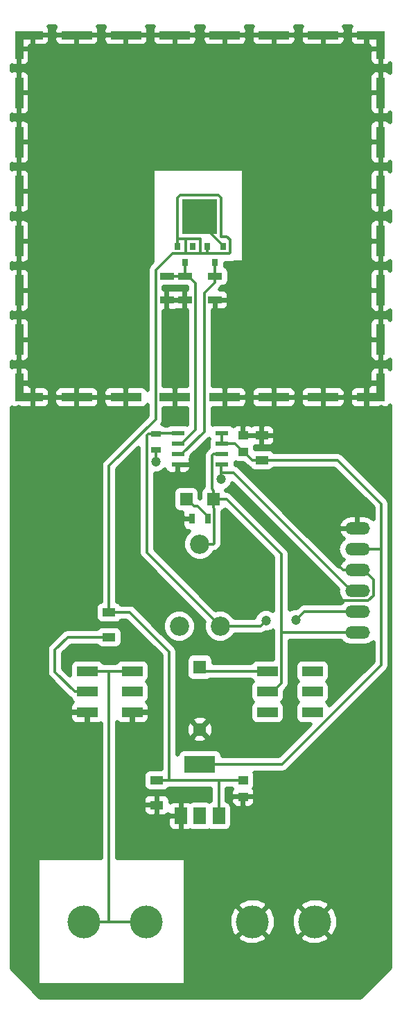
<source format=gbr>
G04 #@! TF.FileFunction,Copper,L1,Top,Signal*
%FSLAX46Y46*%
G04 Gerber Fmt 4.6, Leading zero omitted, Abs format (unit mm)*
G04 Created by KiCad (PCBNEW 4.0.6-e0-6349~52~ubuntu16.10.1) date Tue Oct 17 03:14:20 2017*
%MOMM*%
%LPD*%
G01*
G04 APERTURE LIST*
%ADD10C,0.100000*%
%ADD11C,4.000000*%
%ADD12R,1.500000X1.500000*%
%ADD13R,1.600000X1.000000*%
%ADD14R,1.250000X1.000000*%
%ADD15C,2.340000*%
%ADD16R,4.200000X4.200000*%
%ADD17R,1.000000X1.000000*%
%ADD18R,2.440000X1.000000*%
%ADD19R,3.800000X1.000000*%
%ADD20R,1.000000X2.440000*%
%ADD21R,1.000000X3.800000*%
%ADD22R,0.800000X0.900000*%
%ADD23R,1.600000X1.600000*%
%ADD24C,1.600000*%
%ADD25R,1.700000X0.900000*%
%ADD26R,1.550000X0.600000*%
%ADD27R,2.500000X1.200000*%
%ADD28O,3.010000X1.510000*%
%ADD29R,1.300000X0.700000*%
%ADD30R,0.700000X1.300000*%
%ADD31R,3.800000X2.000000*%
%ADD32R,1.500000X2.000000*%
%ADD33C,1.200000*%
%ADD34C,0.300000*%
%ADD35C,0.500000*%
G04 APERTURE END LIST*
D10*
D11*
X106426000Y-186029000D03*
X114046000Y-186029000D03*
X93426000Y-186029000D03*
X85806000Y-186029000D03*
D12*
X101650000Y-134500000D03*
X98350000Y-134500000D03*
D13*
X107569000Y-129746000D03*
X107569000Y-126746000D03*
D14*
X105283000Y-128746000D03*
X105283000Y-126746000D03*
D15*
X97489000Y-150000000D03*
X99989000Y-140000000D03*
X102489000Y-150000000D03*
D16*
X99949000Y-100076000D03*
D17*
X77910000Y-77910000D03*
X122090000Y-77910000D03*
X122090000Y-122090000D03*
X77910000Y-122090000D03*
D18*
X79630000Y-77910000D03*
X79630000Y-122090000D03*
D19*
X84950000Y-77910000D03*
X84950000Y-122090000D03*
X90950000Y-77910000D03*
X90950000Y-122090000D03*
X96950000Y-77910000D03*
X96950000Y-122090000D03*
X103050000Y-77910000D03*
X103050000Y-122090000D03*
X109050000Y-77910000D03*
X109050000Y-122090000D03*
X115050000Y-77910000D03*
X115050000Y-122090000D03*
D18*
X120370000Y-77910000D03*
X120370000Y-122090000D03*
D20*
X77910000Y-79630000D03*
X122090000Y-79630000D03*
D21*
X77910000Y-84950000D03*
X122090000Y-84950000D03*
X77910000Y-90950000D03*
X122090000Y-90950000D03*
X77910000Y-96950000D03*
X122090000Y-96950000D03*
X77910000Y-103050000D03*
X122090000Y-103050000D03*
X77910000Y-109050000D03*
X122090000Y-109050000D03*
X77910000Y-115050000D03*
X122090000Y-115050000D03*
D20*
X77910000Y-120370000D03*
X122090000Y-120370000D03*
D22*
X102804000Y-103648000D03*
X100904000Y-103648000D03*
X101854000Y-105648000D03*
D23*
X100000000Y-155000000D03*
D24*
X100000000Y-162600000D03*
D22*
X99121000Y-103648000D03*
X97221000Y-103648000D03*
X98171000Y-105648000D03*
D25*
X98171000Y-107315000D03*
X98171000Y-110215000D03*
X101854000Y-107315000D03*
X101854000Y-110215000D03*
D26*
X97300000Y-126492000D03*
X97300000Y-127762000D03*
X97300000Y-129032000D03*
X97300000Y-130302000D03*
X102700000Y-130302000D03*
X102700000Y-129032000D03*
X102700000Y-127762000D03*
X102700000Y-126492000D03*
D13*
X94742000Y-168807000D03*
X94742000Y-171807000D03*
D14*
X105283000Y-168799000D03*
X105283000Y-170799000D03*
D27*
X86250000Y-160500000D03*
X91750000Y-160500000D03*
X86250000Y-155500000D03*
X91750000Y-155500000D03*
X86250000Y-158000000D03*
X91750000Y-158000000D03*
D28*
X119253000Y-150777000D03*
X119253000Y-148237000D03*
X119253000Y-145697000D03*
X119253000Y-143157000D03*
X119253000Y-140617000D03*
X119253000Y-138077000D03*
D29*
X94615000Y-126558000D03*
X94615000Y-128458000D03*
D13*
X88900000Y-148336000D03*
X88900000Y-151336000D03*
D30*
X100950000Y-136906000D03*
X99050000Y-136906000D03*
D27*
X108250000Y-160500000D03*
X113750000Y-160500000D03*
X108250000Y-155500000D03*
X113750000Y-155500000D03*
X108250000Y-158000000D03*
X113750000Y-158000000D03*
D25*
X95961200Y-107320080D03*
X95961200Y-110220080D03*
D31*
X100000000Y-166850000D03*
D32*
X100000000Y-173150000D03*
X102300000Y-173150000D03*
X97700000Y-173150000D03*
D33*
X102997000Y-120015000D03*
X108966000Y-79883000D03*
X91059000Y-79883000D03*
X120015000Y-108839000D03*
X120142000Y-91059000D03*
X80010000Y-108966000D03*
X80010000Y-91059000D03*
X97028000Y-120142000D03*
X116205000Y-138049000D03*
X105283000Y-172720000D03*
X97663000Y-175641000D03*
X97282000Y-132334000D03*
X105283000Y-124587000D03*
X120015000Y-120015000D03*
X120142000Y-79883000D03*
X79756000Y-120142000D03*
X79883000Y-80010000D03*
X102616000Y-132080000D03*
X94615000Y-129921000D03*
X111760000Y-149225000D03*
X108077000Y-149352000D03*
D34*
X102804000Y-103648000D02*
X102804000Y-103598000D01*
X102804000Y-103598000D02*
X99949000Y-100743000D01*
X99949000Y-100743000D02*
X99949000Y-100076000D01*
X122174000Y-140589000D02*
X122174000Y-135128000D01*
X122174000Y-154736002D02*
X122174000Y-140589000D01*
X122174000Y-140589000D02*
X122146000Y-140617000D01*
X122146000Y-140617000D02*
X119253000Y-140617000D01*
X122174000Y-135128000D02*
X116792000Y-129746000D01*
X116792000Y-129746000D02*
X107569000Y-129746000D01*
X100000000Y-166850000D02*
X110060002Y-166850000D01*
X110060002Y-166850000D02*
X122174000Y-154736002D01*
X105378000Y-128746000D02*
X106378000Y-129746000D01*
X106378000Y-129746000D02*
X107569000Y-129746000D01*
X105283000Y-128746000D02*
X105378000Y-128746000D01*
X105283000Y-128746000D02*
X104299000Y-127762000D01*
X104299000Y-127762000D02*
X102700000Y-127762000D01*
X102700000Y-127762000D02*
X102700000Y-126492000D01*
X119253000Y-143157000D02*
X117448000Y-143157000D01*
X117448000Y-143157000D02*
X115316000Y-141025000D01*
X103050000Y-122090000D02*
X103050000Y-120068000D01*
X103050000Y-120068000D02*
X102997000Y-120015000D01*
X109050000Y-77910000D02*
X109050000Y-79799000D01*
X109050000Y-79799000D02*
X108966000Y-79883000D01*
X90950000Y-77910000D02*
X90950000Y-79774000D01*
X90950000Y-79774000D02*
X91059000Y-79883000D01*
X122090000Y-109050000D02*
X120226000Y-109050000D01*
X120226000Y-109050000D02*
X120015000Y-108839000D01*
X122090000Y-90950000D02*
X120251000Y-90950000D01*
X120251000Y-90950000D02*
X120142000Y-91059000D01*
X77910000Y-109050000D02*
X79926000Y-109050000D01*
X79926000Y-109050000D02*
X80010000Y-108966000D01*
X77910000Y-90950000D02*
X79901000Y-90950000D01*
X79901000Y-90950000D02*
X80010000Y-91059000D01*
X96950000Y-122090000D02*
X96950000Y-120220000D01*
X96950000Y-120220000D02*
X97028000Y-120142000D01*
X119253000Y-138077000D02*
X118503000Y-138077000D01*
X118503000Y-138077000D02*
X118475000Y-138049000D01*
X118475000Y-138049000D02*
X116205000Y-138049000D01*
X115533010Y-146902010D02*
X113665000Y-145034000D01*
X121208010Y-146253990D02*
X120559990Y-146902010D01*
X120559990Y-146902010D02*
X115533010Y-146902010D01*
X119253000Y-143157000D02*
X120003000Y-143157000D01*
X120003000Y-143157000D02*
X121208010Y-144362010D01*
X121208010Y-144362010D02*
X121208010Y-146253990D01*
X105283000Y-170799000D02*
X105283000Y-172720000D01*
X97700000Y-173150000D02*
X97700000Y-175604000D01*
X97700000Y-175604000D02*
X97663000Y-175641000D01*
X97300000Y-130302000D02*
X97300000Y-132316000D01*
X97300000Y-132316000D02*
X97282000Y-132334000D01*
X105283000Y-126746000D02*
X105283000Y-124587000D01*
X122090000Y-120370000D02*
X120370000Y-120370000D01*
X120370000Y-120370000D02*
X120015000Y-120015000D01*
X120370000Y-77910000D02*
X120370000Y-79655000D01*
X120370000Y-79655000D02*
X120142000Y-79883000D01*
X79630000Y-122090000D02*
X79630000Y-120268000D01*
X79630000Y-120268000D02*
X79756000Y-120142000D01*
X77910000Y-79630000D02*
X79503000Y-79630000D01*
X79503000Y-79630000D02*
X79883000Y-80010000D01*
X94742000Y-168807000D02*
X96266000Y-168807000D01*
X96266000Y-168807000D02*
X102235000Y-168807000D01*
X91440000Y-148336000D02*
X96266000Y-153162000D01*
X96266000Y-153162000D02*
X96266000Y-168807000D01*
X88900000Y-148336000D02*
X91440000Y-148336000D01*
X90424000Y-148336000D02*
X88900000Y-148336000D01*
X98360999Y-104548001D02*
X96623277Y-104548001D01*
X96623277Y-104548001D02*
X94599999Y-106571279D01*
X94599999Y-106571279D02*
X94599999Y-124762999D01*
X88900000Y-130462998D02*
X88900000Y-148336000D01*
X94599999Y-124762999D02*
X88900000Y-130462998D01*
X102235000Y-168807000D02*
X105275000Y-168807000D01*
X102235000Y-168807000D02*
X102300000Y-168872000D01*
X102300000Y-168872000D02*
X102300000Y-173150000D01*
X105275000Y-168807000D02*
X105283000Y-168799000D01*
X100838000Y-104548001D02*
X103564001Y-104548001D01*
X100076000Y-104548001D02*
X100838000Y-104548001D01*
X100838000Y-104548001D02*
X100904000Y-104482001D01*
X100904000Y-104482001D02*
X100904000Y-103648000D01*
X98360999Y-104548001D02*
X100076000Y-104548001D01*
X100053999Y-102747999D02*
X100053999Y-104526000D01*
X100053999Y-104526000D02*
X100076000Y-104548001D01*
X98298000Y-102747999D02*
X98270999Y-102775000D01*
X98270999Y-102775000D02*
X98270999Y-104458001D01*
X98270999Y-104458001D02*
X98360999Y-104548001D01*
X102235000Y-97409000D02*
X97605998Y-97409000D01*
X103564001Y-104548001D02*
X103654001Y-104458001D01*
X103654001Y-104458001D02*
X103654001Y-102837999D01*
X103654001Y-102837999D02*
X103305002Y-102489000D01*
X97221000Y-97793998D02*
X97221000Y-103648000D01*
X103305002Y-102489000D02*
X102616000Y-102489000D01*
X102616000Y-102489000D02*
X102616000Y-97790000D01*
X102616000Y-97790000D02*
X102235000Y-97409000D01*
X97605998Y-97409000D02*
X97221000Y-97793998D01*
X98298000Y-102747999D02*
X100053999Y-102747999D01*
X97371001Y-102747999D02*
X98298000Y-102747999D01*
X97221000Y-103648000D02*
X97221000Y-102898000D01*
X97221000Y-102898000D02*
X97371001Y-102747999D01*
X100904000Y-103598000D02*
X100904000Y-103648000D01*
X100904000Y-103648000D02*
X100904000Y-103698000D01*
X101854000Y-107315000D02*
X101854000Y-108065000D01*
X101854000Y-108065000D02*
X100553999Y-109365001D01*
X100553999Y-109365001D02*
X100553999Y-126253001D01*
X100553999Y-126253001D02*
X97775000Y-129032000D01*
X97775000Y-129032000D02*
X97300000Y-129032000D01*
X101854000Y-107315000D02*
X101854000Y-105648000D01*
X102616000Y-132080000D02*
X102616000Y-131318000D01*
X102616000Y-131318000D02*
X102616000Y-130386000D01*
X119253000Y-145697000D02*
X118503000Y-145697000D01*
X118503000Y-145697000D02*
X104124000Y-131318000D01*
X104124000Y-131318000D02*
X102616000Y-131318000D01*
X102616000Y-130386000D02*
X102700000Y-130302000D01*
X94615000Y-128458000D02*
X94615000Y-129921000D01*
X87800000Y-155500000D02*
X88900000Y-155500000D01*
X88900000Y-155500000D02*
X91750000Y-155500000D01*
X88900000Y-158000000D02*
X88900000Y-155500000D01*
X86250000Y-155500000D02*
X87800000Y-155500000D01*
X88900000Y-186029000D02*
X88900000Y-158000000D01*
X93426000Y-186029000D02*
X88900000Y-186029000D01*
X85806000Y-186029000D02*
X88900000Y-186029000D01*
X109950001Y-156949999D02*
X109950001Y-150749000D01*
X109950001Y-150749000D02*
X109950001Y-141192001D01*
X119253000Y-150777000D02*
X117448000Y-150777000D01*
X117448000Y-150777000D02*
X117420000Y-150749000D01*
X117420000Y-150749000D02*
X109950001Y-150749000D01*
X99989000Y-140000000D02*
X101643629Y-140000000D01*
X101750001Y-139893628D02*
X101750001Y-135650001D01*
X101643629Y-140000000D02*
X101750001Y-139893628D01*
X101750001Y-135650001D02*
X101650000Y-135550000D01*
X101650000Y-135550000D02*
X101650000Y-134500000D01*
X109950001Y-141192001D02*
X103258000Y-134500000D01*
X103258000Y-134500000D02*
X101650000Y-134500000D01*
X108250000Y-158000000D02*
X108900000Y-158000000D01*
X108900000Y-158000000D02*
X109950001Y-156949999D01*
X102700000Y-129032000D02*
X101625000Y-129032000D01*
X101625000Y-129032000D02*
X101474999Y-129182001D01*
X101474999Y-129182001D02*
X101474999Y-133274999D01*
X101474999Y-133274999D02*
X101650000Y-133450000D01*
X101650000Y-133450000D02*
X101650000Y-134500000D01*
X111760000Y-149225000D02*
X112748000Y-148237000D01*
X112748000Y-148237000D02*
X119253000Y-148237000D01*
X102489000Y-150000000D02*
X107429000Y-150000000D01*
X107429000Y-150000000D02*
X108077000Y-149352000D01*
X94615000Y-126558000D02*
X93665000Y-126558000D01*
X93665000Y-126558000D02*
X93514999Y-126708001D01*
X93514999Y-126708001D02*
X93514999Y-141025999D01*
X93514999Y-141025999D02*
X101319001Y-148830001D01*
X101319001Y-148830001D02*
X102489000Y-150000000D01*
X97300000Y-126492000D02*
X94681000Y-126492000D01*
X94681000Y-126492000D02*
X94615000Y-126558000D01*
X97300000Y-126492000D02*
X96825000Y-126492000D01*
X98171000Y-107315000D02*
X95966280Y-107315000D01*
X95966280Y-107315000D02*
X95961200Y-107320080D01*
X98171000Y-107315000D02*
X98571000Y-107315000D01*
X97775000Y-127762000D02*
X97300000Y-127762000D01*
X98571000Y-107315000D02*
X99471001Y-108215001D01*
X99471001Y-108215001D02*
X99471001Y-126065999D01*
X99471001Y-126065999D02*
X97775000Y-127762000D01*
X98171000Y-107315000D02*
X98171000Y-105648000D01*
X108250000Y-155500000D02*
X100500000Y-155500000D01*
X100500000Y-155500000D02*
X100000000Y-155000000D01*
X99314000Y-135382000D02*
X99726000Y-135382000D01*
X99726000Y-135382000D02*
X100950000Y-136606000D01*
X100950000Y-136606000D02*
X100950000Y-136906000D01*
X98432000Y-134500000D02*
X99314000Y-135382000D01*
X98350000Y-134500000D02*
X98432000Y-134500000D01*
X82296000Y-152908000D02*
X83868000Y-151336000D01*
X83868000Y-151336000D02*
X88900000Y-151336000D01*
X82296000Y-155596000D02*
X82296000Y-152908000D01*
X86250000Y-158000000D02*
X84700000Y-158000000D01*
X84700000Y-158000000D02*
X82296000Y-155596000D01*
X91750000Y-158000000D02*
X92400000Y-158000000D01*
D35*
G36*
X82329405Y-76928513D02*
X82200000Y-77240924D01*
X82200000Y-77647500D01*
X82412500Y-77860000D01*
X84900000Y-77860000D01*
X84900000Y-77840000D01*
X85000000Y-77840000D01*
X85000000Y-77860000D01*
X87487500Y-77860000D01*
X87700000Y-77647500D01*
X87700000Y-77240924D01*
X87570595Y-76928513D01*
X87513082Y-76871000D01*
X88386918Y-76871000D01*
X88329405Y-76928513D01*
X88200000Y-77240924D01*
X88200000Y-77647500D01*
X88412500Y-77860000D01*
X90900000Y-77860000D01*
X90900000Y-77840000D01*
X91000000Y-77840000D01*
X91000000Y-77860000D01*
X93487500Y-77860000D01*
X93700000Y-77647500D01*
X93700000Y-77240924D01*
X93570595Y-76928513D01*
X93513082Y-76871000D01*
X94386918Y-76871000D01*
X94329405Y-76928513D01*
X94200000Y-77240924D01*
X94200000Y-77647500D01*
X94412500Y-77860000D01*
X96900000Y-77860000D01*
X96900000Y-77840000D01*
X97000000Y-77840000D01*
X97000000Y-77860000D01*
X99487500Y-77860000D01*
X99700000Y-77647500D01*
X99700000Y-77240924D01*
X99570595Y-76928513D01*
X99513082Y-76871000D01*
X100486918Y-76871000D01*
X100429405Y-76928513D01*
X100300000Y-77240924D01*
X100300000Y-77647500D01*
X100512500Y-77860000D01*
X103000000Y-77860000D01*
X103000000Y-77840000D01*
X103100000Y-77840000D01*
X103100000Y-77860000D01*
X105587500Y-77860000D01*
X105800000Y-77647500D01*
X105800000Y-77240924D01*
X105670595Y-76928513D01*
X105613082Y-76871000D01*
X106486918Y-76871000D01*
X106429405Y-76928513D01*
X106300000Y-77240924D01*
X106300000Y-77647500D01*
X106512500Y-77860000D01*
X109000000Y-77860000D01*
X109000000Y-77840000D01*
X109100000Y-77840000D01*
X109100000Y-77860000D01*
X111587500Y-77860000D01*
X111800000Y-77647500D01*
X111800000Y-77240924D01*
X111670595Y-76928513D01*
X111613082Y-76871000D01*
X112486918Y-76871000D01*
X112429405Y-76928513D01*
X112300000Y-77240924D01*
X112300000Y-77647500D01*
X112512500Y-77860000D01*
X115000000Y-77860000D01*
X115000000Y-77840000D01*
X115100000Y-77840000D01*
X115100000Y-77860000D01*
X117587500Y-77860000D01*
X117800000Y-77647500D01*
X117800000Y-77240924D01*
X117670595Y-76928513D01*
X117613082Y-76871000D01*
X118486918Y-76871000D01*
X118429405Y-76928513D01*
X118300000Y-77240924D01*
X118300000Y-77647500D01*
X118512500Y-77860000D01*
X120320000Y-77860000D01*
X120320000Y-77840000D01*
X120420000Y-77840000D01*
X120420000Y-77860000D01*
X120440000Y-77860000D01*
X120440000Y-77960000D01*
X120420000Y-77960000D01*
X120420000Y-79047500D01*
X120632500Y-79260000D01*
X120740000Y-79260000D01*
X120740000Y-79367500D01*
X120952500Y-79580000D01*
X122040000Y-79580000D01*
X122040000Y-79560000D01*
X122140000Y-79560000D01*
X122140000Y-79580000D01*
X122160000Y-79580000D01*
X122160000Y-79680000D01*
X122140000Y-79680000D01*
X122140000Y-81487500D01*
X122352500Y-81700000D01*
X122759075Y-81700000D01*
X123071486Y-81570595D01*
X123281000Y-81361082D01*
X123281000Y-82538918D01*
X123071486Y-82329405D01*
X122759075Y-82200000D01*
X122352500Y-82200000D01*
X122140000Y-82412500D01*
X122140000Y-84900000D01*
X122160000Y-84900000D01*
X122160000Y-85000000D01*
X122140000Y-85000000D01*
X122140000Y-87487500D01*
X122352500Y-87700000D01*
X122759075Y-87700000D01*
X123071486Y-87570595D01*
X123281000Y-87361082D01*
X123281000Y-88538918D01*
X123071486Y-88329405D01*
X122759075Y-88200000D01*
X122352500Y-88200000D01*
X122140000Y-88412500D01*
X122140000Y-90900000D01*
X122160000Y-90900000D01*
X122160000Y-91000000D01*
X122140000Y-91000000D01*
X122140000Y-93487500D01*
X122352500Y-93700000D01*
X122759075Y-93700000D01*
X123071486Y-93570595D01*
X123281000Y-93361082D01*
X123281000Y-94538918D01*
X123071486Y-94329405D01*
X122759075Y-94200000D01*
X122352500Y-94200000D01*
X122140000Y-94412500D01*
X122140000Y-96900000D01*
X122160000Y-96900000D01*
X122160000Y-97000000D01*
X122140000Y-97000000D01*
X122140000Y-99487500D01*
X122352500Y-99700000D01*
X122759075Y-99700000D01*
X123071486Y-99570595D01*
X123281000Y-99361082D01*
X123281000Y-100638918D01*
X123071486Y-100429405D01*
X122759075Y-100300000D01*
X122352500Y-100300000D01*
X122140000Y-100512500D01*
X122140000Y-103000000D01*
X122160000Y-103000000D01*
X122160000Y-103100000D01*
X122140000Y-103100000D01*
X122140000Y-105587500D01*
X122352500Y-105800000D01*
X122759075Y-105800000D01*
X123071486Y-105670595D01*
X123281000Y-105461082D01*
X123281000Y-106638918D01*
X123071486Y-106429405D01*
X122759075Y-106300000D01*
X122352500Y-106300000D01*
X122140000Y-106512500D01*
X122140000Y-109000000D01*
X122160000Y-109000000D01*
X122160000Y-109100000D01*
X122140000Y-109100000D01*
X122140000Y-111587500D01*
X122352500Y-111800000D01*
X122759075Y-111800000D01*
X123071486Y-111670595D01*
X123281000Y-111461082D01*
X123281000Y-112638918D01*
X123071486Y-112429405D01*
X122759075Y-112300000D01*
X122352500Y-112300000D01*
X122140000Y-112512500D01*
X122140000Y-115000000D01*
X122160000Y-115000000D01*
X122160000Y-115100000D01*
X122140000Y-115100000D01*
X122140000Y-117587500D01*
X122352500Y-117800000D01*
X122759075Y-117800000D01*
X123071486Y-117670595D01*
X123281000Y-117461082D01*
X123281000Y-118638918D01*
X123071486Y-118429405D01*
X122759075Y-118300000D01*
X122352500Y-118300000D01*
X122140000Y-118512500D01*
X122140000Y-120320000D01*
X122160000Y-120320000D01*
X122160000Y-120420000D01*
X122140000Y-120420000D01*
X122140000Y-120440000D01*
X122040000Y-120440000D01*
X122040000Y-120420000D01*
X120952500Y-120420000D01*
X120740000Y-120632500D01*
X120740000Y-120740000D01*
X120632500Y-120740000D01*
X120420000Y-120952500D01*
X120420000Y-122040000D01*
X120440000Y-122040000D01*
X120440000Y-122140000D01*
X120420000Y-122140000D01*
X120420000Y-123227500D01*
X120632500Y-123440000D01*
X121827500Y-123440000D01*
X121875884Y-123391616D01*
X122071486Y-123310595D01*
X122147291Y-123234791D01*
X122352500Y-123440000D01*
X122759075Y-123440000D01*
X123071486Y-123310595D01*
X123281000Y-123101082D01*
X123281000Y-191640852D01*
X119631852Y-195290000D01*
X80520148Y-195290000D01*
X76998000Y-191767852D01*
X76998000Y-178562000D01*
X80141000Y-178562000D01*
X80141000Y-193548000D01*
X80158097Y-193638864D01*
X80211798Y-193722318D01*
X80293736Y-193778304D01*
X80391000Y-193798000D01*
X98044000Y-193798000D01*
X98134864Y-193780903D01*
X98218318Y-193727202D01*
X98274304Y-193645264D01*
X98294000Y-193548000D01*
X98294000Y-187968503D01*
X104557208Y-187968503D01*
X104758697Y-188408911D01*
X105796365Y-188865801D01*
X106929890Y-188890812D01*
X107986701Y-188480140D01*
X108093303Y-188408911D01*
X108294792Y-187968503D01*
X112177208Y-187968503D01*
X112378697Y-188408911D01*
X113416365Y-188865801D01*
X114549890Y-188890812D01*
X115606701Y-188480140D01*
X115713303Y-188408911D01*
X115914792Y-187968503D01*
X114046000Y-186099711D01*
X112177208Y-187968503D01*
X108294792Y-187968503D01*
X106426000Y-186099711D01*
X104557208Y-187968503D01*
X98294000Y-187968503D01*
X98294000Y-186532890D01*
X103564188Y-186532890D01*
X103974860Y-187589701D01*
X104046089Y-187696303D01*
X104486497Y-187897792D01*
X106355289Y-186029000D01*
X106496711Y-186029000D01*
X108365503Y-187897792D01*
X108805911Y-187696303D01*
X109262801Y-186658635D01*
X109265575Y-186532890D01*
X111184188Y-186532890D01*
X111594860Y-187589701D01*
X111666089Y-187696303D01*
X112106497Y-187897792D01*
X113975289Y-186029000D01*
X114116711Y-186029000D01*
X115985503Y-187897792D01*
X116425911Y-187696303D01*
X116882801Y-186658635D01*
X116907812Y-185525110D01*
X116497140Y-184468299D01*
X116425911Y-184361697D01*
X115985503Y-184160208D01*
X114116711Y-186029000D01*
X113975289Y-186029000D01*
X112106497Y-184160208D01*
X111666089Y-184361697D01*
X111209199Y-185399365D01*
X111184188Y-186532890D01*
X109265575Y-186532890D01*
X109287812Y-185525110D01*
X108877140Y-184468299D01*
X108805911Y-184361697D01*
X108365503Y-184160208D01*
X106496711Y-186029000D01*
X106355289Y-186029000D01*
X104486497Y-184160208D01*
X104046089Y-184361697D01*
X103589199Y-185399365D01*
X103564188Y-186532890D01*
X98294000Y-186532890D01*
X98294000Y-184089497D01*
X104557208Y-184089497D01*
X106426000Y-185958289D01*
X108294792Y-184089497D01*
X112177208Y-184089497D01*
X114046000Y-185958289D01*
X115914792Y-184089497D01*
X115713303Y-183649089D01*
X114675635Y-183192199D01*
X113542110Y-183167188D01*
X112485299Y-183577860D01*
X112378697Y-183649089D01*
X112177208Y-184089497D01*
X108294792Y-184089497D01*
X108093303Y-183649089D01*
X107055635Y-183192199D01*
X105922110Y-183167188D01*
X104865299Y-183577860D01*
X104758697Y-183649089D01*
X104557208Y-184089497D01*
X98294000Y-184089497D01*
X98294000Y-178562000D01*
X98276903Y-178471136D01*
X98223202Y-178387682D01*
X98141264Y-178331696D01*
X98044000Y-178312000D01*
X89900000Y-178312000D01*
X89900000Y-173412500D01*
X96100000Y-173412500D01*
X96100000Y-174319075D01*
X96229405Y-174631486D01*
X96468513Y-174870595D01*
X96780924Y-175000000D01*
X97437500Y-175000000D01*
X97650000Y-174787500D01*
X97650000Y-173200000D01*
X96312500Y-173200000D01*
X96100000Y-173412500D01*
X89900000Y-173412500D01*
X89900000Y-172069500D01*
X93092000Y-172069500D01*
X93092000Y-172476075D01*
X93221405Y-172788486D01*
X93460513Y-173027595D01*
X93772924Y-173157000D01*
X94479500Y-173157000D01*
X94692000Y-172944500D01*
X94692000Y-171857000D01*
X93304500Y-171857000D01*
X93092000Y-172069500D01*
X89900000Y-172069500D01*
X89900000Y-171137925D01*
X93092000Y-171137925D01*
X93092000Y-171544500D01*
X93304500Y-171757000D01*
X94692000Y-171757000D01*
X94692000Y-170669500D01*
X94792000Y-170669500D01*
X94792000Y-171757000D01*
X94812000Y-171757000D01*
X94812000Y-171857000D01*
X94792000Y-171857000D01*
X94792000Y-172944500D01*
X95004500Y-173157000D01*
X95711076Y-173157000D01*
X96023487Y-173027595D01*
X96131791Y-172919291D01*
X96312500Y-173100000D01*
X97650000Y-173100000D01*
X97650000Y-171512500D01*
X97437500Y-171300000D01*
X96780924Y-171300000D01*
X96468513Y-171429405D01*
X96392000Y-171505918D01*
X96392000Y-171137925D01*
X96262595Y-170825514D01*
X96023487Y-170586405D01*
X95711076Y-170457000D01*
X95004500Y-170457000D01*
X94792000Y-170669500D01*
X94692000Y-170669500D01*
X94479500Y-170457000D01*
X93772924Y-170457000D01*
X93460513Y-170586405D01*
X93221405Y-170825514D01*
X93092000Y-171137925D01*
X89900000Y-171137925D01*
X89900000Y-161702082D01*
X90018513Y-161820595D01*
X90330924Y-161950000D01*
X91487500Y-161950000D01*
X91700000Y-161737500D01*
X91700000Y-160550000D01*
X91800000Y-160550000D01*
X91800000Y-161737500D01*
X92012500Y-161950000D01*
X93169076Y-161950000D01*
X93481487Y-161820595D01*
X93720595Y-161581486D01*
X93850000Y-161269075D01*
X93850000Y-160762500D01*
X93637500Y-160550000D01*
X91800000Y-160550000D01*
X91700000Y-160550000D01*
X91680000Y-160550000D01*
X91680000Y-160450000D01*
X91700000Y-160450000D01*
X91700000Y-160430000D01*
X91800000Y-160430000D01*
X91800000Y-160450000D01*
X93637500Y-160450000D01*
X93850000Y-160237500D01*
X93850000Y-159730925D01*
X93720595Y-159418514D01*
X93555014Y-159252932D01*
X93604291Y-159221223D01*
X93798372Y-158937176D01*
X93866652Y-158600000D01*
X93866652Y-157400000D01*
X93807382Y-157085009D01*
X93621223Y-156795709D01*
X93556869Y-156751738D01*
X93604291Y-156721223D01*
X93798372Y-156437176D01*
X93866652Y-156100000D01*
X93866652Y-154900000D01*
X93807382Y-154585009D01*
X93621223Y-154295709D01*
X93337176Y-154101628D01*
X93000000Y-154033348D01*
X90500000Y-154033348D01*
X90185009Y-154092618D01*
X89895709Y-154278777D01*
X89744554Y-154500000D01*
X88252680Y-154500000D01*
X88121223Y-154295709D01*
X87837176Y-154101628D01*
X87500000Y-154033348D01*
X85000000Y-154033348D01*
X84685009Y-154092618D01*
X84395709Y-154278777D01*
X84201628Y-154562824D01*
X84133348Y-154900000D01*
X84133348Y-156019134D01*
X83296000Y-155181786D01*
X83296000Y-153322214D01*
X84282214Y-152336000D01*
X87411668Y-152336000D01*
X87478777Y-152440291D01*
X87762824Y-152634372D01*
X88100000Y-152702652D01*
X89700000Y-152702652D01*
X90014991Y-152643382D01*
X90304291Y-152457223D01*
X90498372Y-152173176D01*
X90566652Y-151836000D01*
X90566652Y-150836000D01*
X90507382Y-150521009D01*
X90321223Y-150231709D01*
X90037176Y-150037628D01*
X89700000Y-149969348D01*
X88100000Y-149969348D01*
X87785009Y-150028618D01*
X87495709Y-150214777D01*
X87412881Y-150336000D01*
X83868005Y-150336000D01*
X83868000Y-150335999D01*
X83485316Y-150412120D01*
X83160893Y-150628893D01*
X81588893Y-152200893D01*
X81372120Y-152525316D01*
X81296000Y-152908000D01*
X81296000Y-155596000D01*
X81372120Y-155978684D01*
X81588893Y-156303107D01*
X83992891Y-158707104D01*
X83992893Y-158707107D01*
X84176598Y-158829855D01*
X84192618Y-158914991D01*
X84378777Y-159204291D01*
X84447007Y-159250911D01*
X84279405Y-159418514D01*
X84150000Y-159730925D01*
X84150000Y-160237500D01*
X84362500Y-160450000D01*
X86200000Y-160450000D01*
X86200000Y-160430000D01*
X86300000Y-160430000D01*
X86300000Y-160450000D01*
X86320000Y-160450000D01*
X86320000Y-160550000D01*
X86300000Y-160550000D01*
X86300000Y-161737500D01*
X86512500Y-161950000D01*
X87669076Y-161950000D01*
X87900000Y-161854348D01*
X87900000Y-178312000D01*
X80391000Y-178312000D01*
X80300136Y-178329097D01*
X80216682Y-178382798D01*
X80160696Y-178464736D01*
X80141000Y-178562000D01*
X76998000Y-178562000D01*
X76998000Y-160762500D01*
X84150000Y-160762500D01*
X84150000Y-161269075D01*
X84279405Y-161581486D01*
X84518513Y-161820595D01*
X84830924Y-161950000D01*
X85987500Y-161950000D01*
X86200000Y-161737500D01*
X86200000Y-160550000D01*
X84362500Y-160550000D01*
X84150000Y-160762500D01*
X76998000Y-160762500D01*
X76998000Y-147836000D01*
X87233348Y-147836000D01*
X87233348Y-148836000D01*
X87292618Y-149150991D01*
X87478777Y-149440291D01*
X87762824Y-149634372D01*
X88100000Y-149702652D01*
X89700000Y-149702652D01*
X90014991Y-149643382D01*
X90304291Y-149457223D01*
X90387119Y-149336000D01*
X91025786Y-149336000D01*
X95266000Y-153576214D01*
X95266000Y-167440348D01*
X93942000Y-167440348D01*
X93627009Y-167499618D01*
X93337709Y-167685777D01*
X93143628Y-167969824D01*
X93075348Y-168307000D01*
X93075348Y-169307000D01*
X93134618Y-169621991D01*
X93320777Y-169911291D01*
X93604824Y-170105372D01*
X93942000Y-170173652D01*
X95542000Y-170173652D01*
X95856991Y-170114382D01*
X96146291Y-169928223D01*
X96229119Y-169807000D01*
X101300000Y-169807000D01*
X101300000Y-171330389D01*
X101235009Y-171342618D01*
X101152085Y-171395978D01*
X101087176Y-171351628D01*
X100750000Y-171283348D01*
X99250000Y-171283348D01*
X98935009Y-171342618D01*
X98851577Y-171396305D01*
X98619076Y-171300000D01*
X97962500Y-171300000D01*
X97750000Y-171512500D01*
X97750000Y-173100000D01*
X97770000Y-173100000D01*
X97770000Y-173200000D01*
X97750000Y-173200000D01*
X97750000Y-174787500D01*
X97962500Y-175000000D01*
X98619076Y-175000000D01*
X98848999Y-174904763D01*
X98912824Y-174948372D01*
X99250000Y-175016652D01*
X100750000Y-175016652D01*
X101064991Y-174957382D01*
X101147915Y-174904022D01*
X101212824Y-174948372D01*
X101550000Y-175016652D01*
X103050000Y-175016652D01*
X103364991Y-174957382D01*
X103654291Y-174771223D01*
X103848372Y-174487176D01*
X103916652Y-174150000D01*
X103916652Y-172150000D01*
X103857382Y-171835009D01*
X103671223Y-171545709D01*
X103387176Y-171351628D01*
X103300000Y-171333974D01*
X103300000Y-171061500D01*
X103808000Y-171061500D01*
X103808000Y-171468075D01*
X103937405Y-171780486D01*
X104176513Y-172019595D01*
X104488924Y-172149000D01*
X105020500Y-172149000D01*
X105233000Y-171936500D01*
X105233000Y-170849000D01*
X105333000Y-170849000D01*
X105333000Y-171936500D01*
X105545500Y-172149000D01*
X106077076Y-172149000D01*
X106389487Y-172019595D01*
X106628595Y-171780486D01*
X106758000Y-171468075D01*
X106758000Y-171061500D01*
X106545500Y-170849000D01*
X105333000Y-170849000D01*
X105233000Y-170849000D01*
X104020500Y-170849000D01*
X103808000Y-171061500D01*
X103300000Y-171061500D01*
X103300000Y-169807000D01*
X103947919Y-169807000D01*
X103937405Y-169817514D01*
X103808000Y-170129925D01*
X103808000Y-170536500D01*
X104020500Y-170749000D01*
X105233000Y-170749000D01*
X105233000Y-170729000D01*
X105333000Y-170729000D01*
X105333000Y-170749000D01*
X106545500Y-170749000D01*
X106758000Y-170536500D01*
X106758000Y-170129925D01*
X106628595Y-169817514D01*
X106601192Y-169790111D01*
X106706372Y-169636176D01*
X106774652Y-169299000D01*
X106774652Y-168299000D01*
X106715382Y-167984009D01*
X106629150Y-167850000D01*
X110060002Y-167850000D01*
X110442686Y-167773880D01*
X110767109Y-167557107D01*
X122881107Y-155443109D01*
X122921482Y-155382684D01*
X123097880Y-155118685D01*
X123174000Y-154736002D01*
X123174000Y-135128000D01*
X123097880Y-134745317D01*
X122881107Y-134420893D01*
X117499107Y-129038893D01*
X117174684Y-128822120D01*
X116792000Y-128746000D01*
X109057332Y-128746000D01*
X108990223Y-128641709D01*
X108706176Y-128447628D01*
X108369000Y-128379348D01*
X106774652Y-128379348D01*
X106774652Y-128246000D01*
X106746427Y-128096000D01*
X107306500Y-128096000D01*
X107519000Y-127883500D01*
X107519000Y-126796000D01*
X107619000Y-126796000D01*
X107619000Y-127883500D01*
X107831500Y-128096000D01*
X108538076Y-128096000D01*
X108850487Y-127966595D01*
X109089595Y-127727486D01*
X109219000Y-127415075D01*
X109219000Y-127008500D01*
X109006500Y-126796000D01*
X107619000Y-126796000D01*
X107519000Y-126796000D01*
X105333000Y-126796000D01*
X105333000Y-126816000D01*
X105233000Y-126816000D01*
X105233000Y-126796000D01*
X105213000Y-126796000D01*
X105213000Y-126696000D01*
X105233000Y-126696000D01*
X105233000Y-125608500D01*
X105333000Y-125608500D01*
X105333000Y-126696000D01*
X107519000Y-126696000D01*
X107519000Y-125608500D01*
X107619000Y-125608500D01*
X107619000Y-126696000D01*
X109006500Y-126696000D01*
X109219000Y-126483500D01*
X109219000Y-126076925D01*
X109089595Y-125764514D01*
X108850487Y-125525405D01*
X108538076Y-125396000D01*
X107831500Y-125396000D01*
X107619000Y-125608500D01*
X107519000Y-125608500D01*
X107306500Y-125396000D01*
X106599924Y-125396000D01*
X106338500Y-125504285D01*
X106077076Y-125396000D01*
X105545500Y-125396000D01*
X105333000Y-125608500D01*
X105233000Y-125608500D01*
X105020500Y-125396000D01*
X104488924Y-125396000D01*
X104176513Y-125525405D01*
X104103265Y-125598653D01*
X104096223Y-125587709D01*
X103812176Y-125393628D01*
X103475000Y-125325348D01*
X101925000Y-125325348D01*
X101610009Y-125384618D01*
X101553999Y-125420659D01*
X101553999Y-123440000D01*
X102787500Y-123440000D01*
X103000000Y-123227500D01*
X103000000Y-122140000D01*
X103100000Y-122140000D01*
X103100000Y-123227500D01*
X103312500Y-123440000D01*
X105119075Y-123440000D01*
X105431486Y-123310595D01*
X105670595Y-123071487D01*
X105800000Y-122759076D01*
X105800000Y-122352500D01*
X106300000Y-122352500D01*
X106300000Y-122759076D01*
X106429405Y-123071487D01*
X106668514Y-123310595D01*
X106980925Y-123440000D01*
X108787500Y-123440000D01*
X109000000Y-123227500D01*
X109000000Y-122140000D01*
X109100000Y-122140000D01*
X109100000Y-123227500D01*
X109312500Y-123440000D01*
X111119075Y-123440000D01*
X111431486Y-123310595D01*
X111670595Y-123071487D01*
X111800000Y-122759076D01*
X111800000Y-122352500D01*
X112300000Y-122352500D01*
X112300000Y-122759076D01*
X112429405Y-123071487D01*
X112668514Y-123310595D01*
X112980925Y-123440000D01*
X114787500Y-123440000D01*
X115000000Y-123227500D01*
X115000000Y-122140000D01*
X115100000Y-122140000D01*
X115100000Y-123227500D01*
X115312500Y-123440000D01*
X117119075Y-123440000D01*
X117431486Y-123310595D01*
X117670595Y-123071487D01*
X117800000Y-122759076D01*
X117800000Y-122352500D01*
X118300000Y-122352500D01*
X118300000Y-122759076D01*
X118429405Y-123071487D01*
X118668514Y-123310595D01*
X118980925Y-123440000D01*
X120107500Y-123440000D01*
X120320000Y-123227500D01*
X120320000Y-122140000D01*
X118512500Y-122140000D01*
X118300000Y-122352500D01*
X117800000Y-122352500D01*
X117587500Y-122140000D01*
X115100000Y-122140000D01*
X115000000Y-122140000D01*
X112512500Y-122140000D01*
X112300000Y-122352500D01*
X111800000Y-122352500D01*
X111587500Y-122140000D01*
X109100000Y-122140000D01*
X109000000Y-122140000D01*
X106512500Y-122140000D01*
X106300000Y-122352500D01*
X105800000Y-122352500D01*
X105587500Y-122140000D01*
X103100000Y-122140000D01*
X103000000Y-122140000D01*
X102980000Y-122140000D01*
X102980000Y-122040000D01*
X103000000Y-122040000D01*
X103000000Y-120952500D01*
X103100000Y-120952500D01*
X103100000Y-122040000D01*
X105587500Y-122040000D01*
X105800000Y-121827500D01*
X105800000Y-121420924D01*
X106300000Y-121420924D01*
X106300000Y-121827500D01*
X106512500Y-122040000D01*
X109000000Y-122040000D01*
X109000000Y-120952500D01*
X109100000Y-120952500D01*
X109100000Y-122040000D01*
X111587500Y-122040000D01*
X111800000Y-121827500D01*
X111800000Y-121420924D01*
X112300000Y-121420924D01*
X112300000Y-121827500D01*
X112512500Y-122040000D01*
X115000000Y-122040000D01*
X115000000Y-120952500D01*
X115100000Y-120952500D01*
X115100000Y-122040000D01*
X117587500Y-122040000D01*
X117800000Y-121827500D01*
X117800000Y-121420924D01*
X118300000Y-121420924D01*
X118300000Y-121827500D01*
X118512500Y-122040000D01*
X120320000Y-122040000D01*
X120320000Y-120952500D01*
X120107500Y-120740000D01*
X118980925Y-120740000D01*
X118668514Y-120869405D01*
X118429405Y-121108513D01*
X118300000Y-121420924D01*
X117800000Y-121420924D01*
X117670595Y-121108513D01*
X117431486Y-120869405D01*
X117119075Y-120740000D01*
X115312500Y-120740000D01*
X115100000Y-120952500D01*
X115000000Y-120952500D01*
X114787500Y-120740000D01*
X112980925Y-120740000D01*
X112668514Y-120869405D01*
X112429405Y-121108513D01*
X112300000Y-121420924D01*
X111800000Y-121420924D01*
X111670595Y-121108513D01*
X111431486Y-120869405D01*
X111119075Y-120740000D01*
X109312500Y-120740000D01*
X109100000Y-120952500D01*
X109000000Y-120952500D01*
X108787500Y-120740000D01*
X106980925Y-120740000D01*
X106668514Y-120869405D01*
X106429405Y-121108513D01*
X106300000Y-121420924D01*
X105800000Y-121420924D01*
X105670595Y-121108513D01*
X105431486Y-120869405D01*
X105119075Y-120740000D01*
X103312500Y-120740000D01*
X103100000Y-120952500D01*
X103000000Y-120952500D01*
X102787500Y-120740000D01*
X101553999Y-120740000D01*
X101553999Y-118980924D01*
X120740000Y-118980924D01*
X120740000Y-120107500D01*
X120952500Y-120320000D01*
X122040000Y-120320000D01*
X122040000Y-118512500D01*
X121827500Y-118300000D01*
X121420925Y-118300000D01*
X121108514Y-118429405D01*
X120869405Y-118668513D01*
X120740000Y-118980924D01*
X101553999Y-118980924D01*
X101553999Y-115312500D01*
X120740000Y-115312500D01*
X120740000Y-117119076D01*
X120869405Y-117431487D01*
X121108514Y-117670595D01*
X121420925Y-117800000D01*
X121827500Y-117800000D01*
X122040000Y-117587500D01*
X122040000Y-115100000D01*
X120952500Y-115100000D01*
X120740000Y-115312500D01*
X101553999Y-115312500D01*
X101553999Y-112980924D01*
X120740000Y-112980924D01*
X120740000Y-114787500D01*
X120952500Y-115000000D01*
X122040000Y-115000000D01*
X122040000Y-112512500D01*
X121827500Y-112300000D01*
X121420925Y-112300000D01*
X121108514Y-112429405D01*
X120869405Y-112668513D01*
X120740000Y-112980924D01*
X101553999Y-112980924D01*
X101553999Y-111515000D01*
X101591500Y-111515000D01*
X101804000Y-111302500D01*
X101804000Y-110265000D01*
X101904000Y-110265000D01*
X101904000Y-111302500D01*
X102116500Y-111515000D01*
X102873076Y-111515000D01*
X103185487Y-111385595D01*
X103424595Y-111146486D01*
X103554000Y-110834075D01*
X103554000Y-110477500D01*
X103341500Y-110265000D01*
X101904000Y-110265000D01*
X101804000Y-110265000D01*
X101784000Y-110265000D01*
X101784000Y-110165000D01*
X101804000Y-110165000D01*
X101804000Y-110145000D01*
X101904000Y-110145000D01*
X101904000Y-110165000D01*
X103341500Y-110165000D01*
X103554000Y-109952500D01*
X103554000Y-109595925D01*
X103436602Y-109312500D01*
X120740000Y-109312500D01*
X120740000Y-111119076D01*
X120869405Y-111431487D01*
X121108514Y-111670595D01*
X121420925Y-111800000D01*
X121827500Y-111800000D01*
X122040000Y-111587500D01*
X122040000Y-109100000D01*
X120952500Y-109100000D01*
X120740000Y-109312500D01*
X103436602Y-109312500D01*
X103424595Y-109283514D01*
X103185487Y-109044405D01*
X102873076Y-108915000D01*
X102418214Y-108915000D01*
X102561107Y-108772107D01*
X102654956Y-108631652D01*
X102704000Y-108631652D01*
X103018991Y-108572382D01*
X103308291Y-108386223D01*
X103502372Y-108102176D01*
X103570652Y-107765000D01*
X103570652Y-106980924D01*
X120740000Y-106980924D01*
X120740000Y-108787500D01*
X120952500Y-109000000D01*
X122040000Y-109000000D01*
X122040000Y-106512500D01*
X121827500Y-106300000D01*
X121420925Y-106300000D01*
X121108514Y-106429405D01*
X120869405Y-106668513D01*
X120740000Y-106980924D01*
X103570652Y-106980924D01*
X103570652Y-106865000D01*
X103511382Y-106550009D01*
X103325223Y-106260709D01*
X103116573Y-106118144D01*
X103120652Y-106098000D01*
X103120652Y-105683963D01*
X105158941Y-105659983D01*
X105246864Y-105642903D01*
X105330318Y-105589202D01*
X105386304Y-105507264D01*
X105406000Y-105410000D01*
X105406000Y-103312500D01*
X120740000Y-103312500D01*
X120740000Y-105119076D01*
X120869405Y-105431487D01*
X121108514Y-105670595D01*
X121420925Y-105800000D01*
X121827500Y-105800000D01*
X122040000Y-105587500D01*
X122040000Y-103100000D01*
X120952500Y-103100000D01*
X120740000Y-103312500D01*
X105406000Y-103312500D01*
X105406000Y-100980924D01*
X120740000Y-100980924D01*
X120740000Y-102787500D01*
X120952500Y-103000000D01*
X122040000Y-103000000D01*
X122040000Y-100512500D01*
X121827500Y-100300000D01*
X121420925Y-100300000D01*
X121108514Y-100429405D01*
X120869405Y-100668513D01*
X120740000Y-100980924D01*
X105406000Y-100980924D01*
X105406000Y-97212500D01*
X120740000Y-97212500D01*
X120740000Y-99019076D01*
X120869405Y-99331487D01*
X121108514Y-99570595D01*
X121420925Y-99700000D01*
X121827500Y-99700000D01*
X122040000Y-99487500D01*
X122040000Y-97000000D01*
X120952500Y-97000000D01*
X120740000Y-97212500D01*
X105406000Y-97212500D01*
X105406000Y-94880924D01*
X120740000Y-94880924D01*
X120740000Y-96687500D01*
X120952500Y-96900000D01*
X122040000Y-96900000D01*
X122040000Y-94412500D01*
X121827500Y-94200000D01*
X121420925Y-94200000D01*
X121108514Y-94329405D01*
X120869405Y-94568513D01*
X120740000Y-94880924D01*
X105406000Y-94880924D01*
X105406000Y-94488000D01*
X105388903Y-94397136D01*
X105335202Y-94313682D01*
X105253264Y-94257696D01*
X105156000Y-94238000D01*
X95379433Y-94238000D01*
X94492888Y-94220664D01*
X94397136Y-94237713D01*
X94313682Y-94291414D01*
X94257696Y-94373352D01*
X94238000Y-94470616D01*
X94238000Y-105519064D01*
X93892892Y-105864172D01*
X93676119Y-106188595D01*
X93676119Y-106188596D01*
X93599999Y-106571279D01*
X93599999Y-121179500D01*
X93570595Y-121108513D01*
X93331486Y-120869405D01*
X93019075Y-120740000D01*
X91212500Y-120740000D01*
X91000000Y-120952500D01*
X91000000Y-122040000D01*
X91020000Y-122040000D01*
X91020000Y-122140000D01*
X91000000Y-122140000D01*
X91000000Y-123227500D01*
X91212500Y-123440000D01*
X93019075Y-123440000D01*
X93331486Y-123310595D01*
X93570595Y-123071487D01*
X93599999Y-123000500D01*
X93599999Y-124348785D01*
X88192893Y-129755891D01*
X87976120Y-130080314D01*
X87928842Y-130318000D01*
X87900000Y-130462998D01*
X87900000Y-147006981D01*
X87785009Y-147028618D01*
X87495709Y-147214777D01*
X87301628Y-147498824D01*
X87233348Y-147836000D01*
X76998000Y-147836000D01*
X76998000Y-123339377D01*
X77240925Y-123440000D01*
X77647500Y-123440000D01*
X77852709Y-123234791D01*
X77928514Y-123310595D01*
X78124116Y-123391616D01*
X78172500Y-123440000D01*
X79367500Y-123440000D01*
X79580000Y-123227500D01*
X79580000Y-122140000D01*
X79680000Y-122140000D01*
X79680000Y-123227500D01*
X79892500Y-123440000D01*
X81019075Y-123440000D01*
X81331486Y-123310595D01*
X81570595Y-123071487D01*
X81700000Y-122759076D01*
X81700000Y-122352500D01*
X82200000Y-122352500D01*
X82200000Y-122759076D01*
X82329405Y-123071487D01*
X82568514Y-123310595D01*
X82880925Y-123440000D01*
X84687500Y-123440000D01*
X84900000Y-123227500D01*
X84900000Y-122140000D01*
X85000000Y-122140000D01*
X85000000Y-123227500D01*
X85212500Y-123440000D01*
X87019075Y-123440000D01*
X87331486Y-123310595D01*
X87570595Y-123071487D01*
X87700000Y-122759076D01*
X87700000Y-122352500D01*
X88200000Y-122352500D01*
X88200000Y-122759076D01*
X88329405Y-123071487D01*
X88568514Y-123310595D01*
X88880925Y-123440000D01*
X90687500Y-123440000D01*
X90900000Y-123227500D01*
X90900000Y-122140000D01*
X88412500Y-122140000D01*
X88200000Y-122352500D01*
X87700000Y-122352500D01*
X87487500Y-122140000D01*
X85000000Y-122140000D01*
X84900000Y-122140000D01*
X82412500Y-122140000D01*
X82200000Y-122352500D01*
X81700000Y-122352500D01*
X81487500Y-122140000D01*
X79680000Y-122140000D01*
X79580000Y-122140000D01*
X79560000Y-122140000D01*
X79560000Y-122040000D01*
X79580000Y-122040000D01*
X79580000Y-120952500D01*
X79680000Y-120952500D01*
X79680000Y-122040000D01*
X81487500Y-122040000D01*
X81700000Y-121827500D01*
X81700000Y-121420924D01*
X82200000Y-121420924D01*
X82200000Y-121827500D01*
X82412500Y-122040000D01*
X84900000Y-122040000D01*
X84900000Y-120952500D01*
X85000000Y-120952500D01*
X85000000Y-122040000D01*
X87487500Y-122040000D01*
X87700000Y-121827500D01*
X87700000Y-121420924D01*
X88200000Y-121420924D01*
X88200000Y-121827500D01*
X88412500Y-122040000D01*
X90900000Y-122040000D01*
X90900000Y-120952500D01*
X90687500Y-120740000D01*
X88880925Y-120740000D01*
X88568514Y-120869405D01*
X88329405Y-121108513D01*
X88200000Y-121420924D01*
X87700000Y-121420924D01*
X87570595Y-121108513D01*
X87331486Y-120869405D01*
X87019075Y-120740000D01*
X85212500Y-120740000D01*
X85000000Y-120952500D01*
X84900000Y-120952500D01*
X84687500Y-120740000D01*
X82880925Y-120740000D01*
X82568514Y-120869405D01*
X82329405Y-121108513D01*
X82200000Y-121420924D01*
X81700000Y-121420924D01*
X81570595Y-121108513D01*
X81331486Y-120869405D01*
X81019075Y-120740000D01*
X79892500Y-120740000D01*
X79680000Y-120952500D01*
X79580000Y-120952500D01*
X79367500Y-120740000D01*
X79260000Y-120740000D01*
X79260000Y-120632500D01*
X79047500Y-120420000D01*
X77960000Y-120420000D01*
X77960000Y-120440000D01*
X77860000Y-120440000D01*
X77860000Y-120420000D01*
X77840000Y-120420000D01*
X77840000Y-120320000D01*
X77860000Y-120320000D01*
X77860000Y-118512500D01*
X77960000Y-118512500D01*
X77960000Y-120320000D01*
X79047500Y-120320000D01*
X79260000Y-120107500D01*
X79260000Y-118980924D01*
X79130595Y-118668513D01*
X78891486Y-118429405D01*
X78579075Y-118300000D01*
X78172500Y-118300000D01*
X77960000Y-118512500D01*
X77860000Y-118512500D01*
X77647500Y-118300000D01*
X77240925Y-118300000D01*
X76998000Y-118400623D01*
X76998000Y-117699377D01*
X77240925Y-117800000D01*
X77647500Y-117800000D01*
X77860000Y-117587500D01*
X77860000Y-115100000D01*
X77960000Y-115100000D01*
X77960000Y-117587500D01*
X78172500Y-117800000D01*
X78579075Y-117800000D01*
X78891486Y-117670595D01*
X79130595Y-117431487D01*
X79260000Y-117119076D01*
X79260000Y-115312500D01*
X79047500Y-115100000D01*
X77960000Y-115100000D01*
X77860000Y-115100000D01*
X77840000Y-115100000D01*
X77840000Y-115000000D01*
X77860000Y-115000000D01*
X77860000Y-112512500D01*
X77960000Y-112512500D01*
X77960000Y-115000000D01*
X79047500Y-115000000D01*
X79260000Y-114787500D01*
X79260000Y-112980924D01*
X79130595Y-112668513D01*
X78891486Y-112429405D01*
X78579075Y-112300000D01*
X78172500Y-112300000D01*
X77960000Y-112512500D01*
X77860000Y-112512500D01*
X77647500Y-112300000D01*
X77240925Y-112300000D01*
X76998000Y-112400623D01*
X76998000Y-111699377D01*
X77240925Y-111800000D01*
X77647500Y-111800000D01*
X77860000Y-111587500D01*
X77860000Y-109100000D01*
X77960000Y-109100000D01*
X77960000Y-111587500D01*
X78172500Y-111800000D01*
X78579075Y-111800000D01*
X78891486Y-111670595D01*
X79130595Y-111431487D01*
X79260000Y-111119076D01*
X79260000Y-109312500D01*
X79047500Y-109100000D01*
X77960000Y-109100000D01*
X77860000Y-109100000D01*
X77840000Y-109100000D01*
X77840000Y-109000000D01*
X77860000Y-109000000D01*
X77860000Y-106512500D01*
X77960000Y-106512500D01*
X77960000Y-109000000D01*
X79047500Y-109000000D01*
X79260000Y-108787500D01*
X79260000Y-106980924D01*
X79130595Y-106668513D01*
X78891486Y-106429405D01*
X78579075Y-106300000D01*
X78172500Y-106300000D01*
X77960000Y-106512500D01*
X77860000Y-106512500D01*
X77647500Y-106300000D01*
X77240925Y-106300000D01*
X76998000Y-106400623D01*
X76998000Y-105699377D01*
X77240925Y-105800000D01*
X77647500Y-105800000D01*
X77860000Y-105587500D01*
X77860000Y-103100000D01*
X77960000Y-103100000D01*
X77960000Y-105587500D01*
X78172500Y-105800000D01*
X78579075Y-105800000D01*
X78891486Y-105670595D01*
X79130595Y-105431487D01*
X79260000Y-105119076D01*
X79260000Y-103312500D01*
X79047500Y-103100000D01*
X77960000Y-103100000D01*
X77860000Y-103100000D01*
X77840000Y-103100000D01*
X77840000Y-103000000D01*
X77860000Y-103000000D01*
X77860000Y-100512500D01*
X77960000Y-100512500D01*
X77960000Y-103000000D01*
X79047500Y-103000000D01*
X79260000Y-102787500D01*
X79260000Y-100980924D01*
X79130595Y-100668513D01*
X78891486Y-100429405D01*
X78579075Y-100300000D01*
X78172500Y-100300000D01*
X77960000Y-100512500D01*
X77860000Y-100512500D01*
X77647500Y-100300000D01*
X77240925Y-100300000D01*
X76998000Y-100400623D01*
X76998000Y-99599377D01*
X77240925Y-99700000D01*
X77647500Y-99700000D01*
X77860000Y-99487500D01*
X77860000Y-97000000D01*
X77960000Y-97000000D01*
X77960000Y-99487500D01*
X78172500Y-99700000D01*
X78579075Y-99700000D01*
X78891486Y-99570595D01*
X79130595Y-99331487D01*
X79260000Y-99019076D01*
X79260000Y-97212500D01*
X79047500Y-97000000D01*
X77960000Y-97000000D01*
X77860000Y-97000000D01*
X77840000Y-97000000D01*
X77840000Y-96900000D01*
X77860000Y-96900000D01*
X77860000Y-94412500D01*
X77960000Y-94412500D01*
X77960000Y-96900000D01*
X79047500Y-96900000D01*
X79260000Y-96687500D01*
X79260000Y-94880924D01*
X79130595Y-94568513D01*
X78891486Y-94329405D01*
X78579075Y-94200000D01*
X78172500Y-94200000D01*
X77960000Y-94412500D01*
X77860000Y-94412500D01*
X77647500Y-94200000D01*
X77240925Y-94200000D01*
X76998000Y-94300623D01*
X76998000Y-93599377D01*
X77240925Y-93700000D01*
X77647500Y-93700000D01*
X77860000Y-93487500D01*
X77860000Y-91000000D01*
X77960000Y-91000000D01*
X77960000Y-93487500D01*
X78172500Y-93700000D01*
X78579075Y-93700000D01*
X78891486Y-93570595D01*
X79130595Y-93331487D01*
X79260000Y-93019076D01*
X79260000Y-91212500D01*
X120740000Y-91212500D01*
X120740000Y-93019076D01*
X120869405Y-93331487D01*
X121108514Y-93570595D01*
X121420925Y-93700000D01*
X121827500Y-93700000D01*
X122040000Y-93487500D01*
X122040000Y-91000000D01*
X120952500Y-91000000D01*
X120740000Y-91212500D01*
X79260000Y-91212500D01*
X79047500Y-91000000D01*
X77960000Y-91000000D01*
X77860000Y-91000000D01*
X77840000Y-91000000D01*
X77840000Y-90900000D01*
X77860000Y-90900000D01*
X77860000Y-88412500D01*
X77960000Y-88412500D01*
X77960000Y-90900000D01*
X79047500Y-90900000D01*
X79260000Y-90687500D01*
X79260000Y-88880924D01*
X120740000Y-88880924D01*
X120740000Y-90687500D01*
X120952500Y-90900000D01*
X122040000Y-90900000D01*
X122040000Y-88412500D01*
X121827500Y-88200000D01*
X121420925Y-88200000D01*
X121108514Y-88329405D01*
X120869405Y-88568513D01*
X120740000Y-88880924D01*
X79260000Y-88880924D01*
X79130595Y-88568513D01*
X78891486Y-88329405D01*
X78579075Y-88200000D01*
X78172500Y-88200000D01*
X77960000Y-88412500D01*
X77860000Y-88412500D01*
X77647500Y-88200000D01*
X77240925Y-88200000D01*
X76998000Y-88300623D01*
X76998000Y-87599377D01*
X77240925Y-87700000D01*
X77647500Y-87700000D01*
X77860000Y-87487500D01*
X77860000Y-85000000D01*
X77960000Y-85000000D01*
X77960000Y-87487500D01*
X78172500Y-87700000D01*
X78579075Y-87700000D01*
X78891486Y-87570595D01*
X79130595Y-87331487D01*
X79260000Y-87019076D01*
X79260000Y-85212500D01*
X120740000Y-85212500D01*
X120740000Y-87019076D01*
X120869405Y-87331487D01*
X121108514Y-87570595D01*
X121420925Y-87700000D01*
X121827500Y-87700000D01*
X122040000Y-87487500D01*
X122040000Y-85000000D01*
X120952500Y-85000000D01*
X120740000Y-85212500D01*
X79260000Y-85212500D01*
X79047500Y-85000000D01*
X77960000Y-85000000D01*
X77860000Y-85000000D01*
X77840000Y-85000000D01*
X77840000Y-84900000D01*
X77860000Y-84900000D01*
X77860000Y-82412500D01*
X77960000Y-82412500D01*
X77960000Y-84900000D01*
X79047500Y-84900000D01*
X79260000Y-84687500D01*
X79260000Y-82880924D01*
X120740000Y-82880924D01*
X120740000Y-84687500D01*
X120952500Y-84900000D01*
X122040000Y-84900000D01*
X122040000Y-82412500D01*
X121827500Y-82200000D01*
X121420925Y-82200000D01*
X121108514Y-82329405D01*
X120869405Y-82568513D01*
X120740000Y-82880924D01*
X79260000Y-82880924D01*
X79130595Y-82568513D01*
X78891486Y-82329405D01*
X78579075Y-82200000D01*
X78172500Y-82200000D01*
X77960000Y-82412500D01*
X77860000Y-82412500D01*
X77647500Y-82200000D01*
X77240925Y-82200000D01*
X76998000Y-82300623D01*
X76998000Y-81599377D01*
X77240925Y-81700000D01*
X77647500Y-81700000D01*
X77860000Y-81487500D01*
X77860000Y-79680000D01*
X77960000Y-79680000D01*
X77960000Y-81487500D01*
X78172500Y-81700000D01*
X78579075Y-81700000D01*
X78891486Y-81570595D01*
X79130595Y-81331487D01*
X79260000Y-81019076D01*
X79260000Y-79892500D01*
X120740000Y-79892500D01*
X120740000Y-81019076D01*
X120869405Y-81331487D01*
X121108514Y-81570595D01*
X121420925Y-81700000D01*
X121827500Y-81700000D01*
X122040000Y-81487500D01*
X122040000Y-79680000D01*
X120952500Y-79680000D01*
X120740000Y-79892500D01*
X79260000Y-79892500D01*
X79047500Y-79680000D01*
X77960000Y-79680000D01*
X77860000Y-79680000D01*
X77840000Y-79680000D01*
X77840000Y-79580000D01*
X77860000Y-79580000D01*
X77860000Y-79560000D01*
X77960000Y-79560000D01*
X77960000Y-79580000D01*
X79047500Y-79580000D01*
X79260000Y-79367500D01*
X79260000Y-79260000D01*
X79367500Y-79260000D01*
X79580000Y-79047500D01*
X79580000Y-77960000D01*
X79680000Y-77960000D01*
X79680000Y-79047500D01*
X79892500Y-79260000D01*
X81019075Y-79260000D01*
X81331486Y-79130595D01*
X81570595Y-78891487D01*
X81700000Y-78579076D01*
X81700000Y-78172500D01*
X82200000Y-78172500D01*
X82200000Y-78579076D01*
X82329405Y-78891487D01*
X82568514Y-79130595D01*
X82880925Y-79260000D01*
X84687500Y-79260000D01*
X84900000Y-79047500D01*
X84900000Y-77960000D01*
X85000000Y-77960000D01*
X85000000Y-79047500D01*
X85212500Y-79260000D01*
X87019075Y-79260000D01*
X87331486Y-79130595D01*
X87570595Y-78891487D01*
X87700000Y-78579076D01*
X87700000Y-78172500D01*
X88200000Y-78172500D01*
X88200000Y-78579076D01*
X88329405Y-78891487D01*
X88568514Y-79130595D01*
X88880925Y-79260000D01*
X90687500Y-79260000D01*
X90900000Y-79047500D01*
X90900000Y-77960000D01*
X91000000Y-77960000D01*
X91000000Y-79047500D01*
X91212500Y-79260000D01*
X93019075Y-79260000D01*
X93331486Y-79130595D01*
X93570595Y-78891487D01*
X93700000Y-78579076D01*
X93700000Y-78172500D01*
X94200000Y-78172500D01*
X94200000Y-78579076D01*
X94329405Y-78891487D01*
X94568514Y-79130595D01*
X94880925Y-79260000D01*
X96687500Y-79260000D01*
X96900000Y-79047500D01*
X96900000Y-77960000D01*
X97000000Y-77960000D01*
X97000000Y-79047500D01*
X97212500Y-79260000D01*
X99019075Y-79260000D01*
X99331486Y-79130595D01*
X99570595Y-78891487D01*
X99700000Y-78579076D01*
X99700000Y-78172500D01*
X100300000Y-78172500D01*
X100300000Y-78579076D01*
X100429405Y-78891487D01*
X100668514Y-79130595D01*
X100980925Y-79260000D01*
X102787500Y-79260000D01*
X103000000Y-79047500D01*
X103000000Y-77960000D01*
X103100000Y-77960000D01*
X103100000Y-79047500D01*
X103312500Y-79260000D01*
X105119075Y-79260000D01*
X105431486Y-79130595D01*
X105670595Y-78891487D01*
X105800000Y-78579076D01*
X105800000Y-78172500D01*
X106300000Y-78172500D01*
X106300000Y-78579076D01*
X106429405Y-78891487D01*
X106668514Y-79130595D01*
X106980925Y-79260000D01*
X108787500Y-79260000D01*
X109000000Y-79047500D01*
X109000000Y-77960000D01*
X109100000Y-77960000D01*
X109100000Y-79047500D01*
X109312500Y-79260000D01*
X111119075Y-79260000D01*
X111431486Y-79130595D01*
X111670595Y-78891487D01*
X111800000Y-78579076D01*
X111800000Y-78172500D01*
X112300000Y-78172500D01*
X112300000Y-78579076D01*
X112429405Y-78891487D01*
X112668514Y-79130595D01*
X112980925Y-79260000D01*
X114787500Y-79260000D01*
X115000000Y-79047500D01*
X115000000Y-77960000D01*
X115100000Y-77960000D01*
X115100000Y-79047500D01*
X115312500Y-79260000D01*
X117119075Y-79260000D01*
X117431486Y-79130595D01*
X117670595Y-78891487D01*
X117800000Y-78579076D01*
X117800000Y-78172500D01*
X118300000Y-78172500D01*
X118300000Y-78579076D01*
X118429405Y-78891487D01*
X118668514Y-79130595D01*
X118980925Y-79260000D01*
X120107500Y-79260000D01*
X120320000Y-79047500D01*
X120320000Y-77960000D01*
X118512500Y-77960000D01*
X118300000Y-78172500D01*
X117800000Y-78172500D01*
X117587500Y-77960000D01*
X115100000Y-77960000D01*
X115000000Y-77960000D01*
X112512500Y-77960000D01*
X112300000Y-78172500D01*
X111800000Y-78172500D01*
X111587500Y-77960000D01*
X109100000Y-77960000D01*
X109000000Y-77960000D01*
X106512500Y-77960000D01*
X106300000Y-78172500D01*
X105800000Y-78172500D01*
X105587500Y-77960000D01*
X103100000Y-77960000D01*
X103000000Y-77960000D01*
X100512500Y-77960000D01*
X100300000Y-78172500D01*
X99700000Y-78172500D01*
X99487500Y-77960000D01*
X97000000Y-77960000D01*
X96900000Y-77960000D01*
X94412500Y-77960000D01*
X94200000Y-78172500D01*
X93700000Y-78172500D01*
X93487500Y-77960000D01*
X91000000Y-77960000D01*
X90900000Y-77960000D01*
X88412500Y-77960000D01*
X88200000Y-78172500D01*
X87700000Y-78172500D01*
X87487500Y-77960000D01*
X85000000Y-77960000D01*
X84900000Y-77960000D01*
X82412500Y-77960000D01*
X82200000Y-78172500D01*
X81700000Y-78172500D01*
X81487500Y-77960000D01*
X79680000Y-77960000D01*
X79580000Y-77960000D01*
X79560000Y-77960000D01*
X79560000Y-77860000D01*
X79580000Y-77860000D01*
X79580000Y-77840000D01*
X79680000Y-77840000D01*
X79680000Y-77860000D01*
X81487500Y-77860000D01*
X81700000Y-77647500D01*
X81700000Y-77240924D01*
X81570595Y-76928513D01*
X81513082Y-76871000D01*
X82386918Y-76871000D01*
X82329405Y-76928513D01*
X82329405Y-76928513D01*
G37*
X82329405Y-76928513D02*
X82200000Y-77240924D01*
X82200000Y-77647500D01*
X82412500Y-77860000D01*
X84900000Y-77860000D01*
X84900000Y-77840000D01*
X85000000Y-77840000D01*
X85000000Y-77860000D01*
X87487500Y-77860000D01*
X87700000Y-77647500D01*
X87700000Y-77240924D01*
X87570595Y-76928513D01*
X87513082Y-76871000D01*
X88386918Y-76871000D01*
X88329405Y-76928513D01*
X88200000Y-77240924D01*
X88200000Y-77647500D01*
X88412500Y-77860000D01*
X90900000Y-77860000D01*
X90900000Y-77840000D01*
X91000000Y-77840000D01*
X91000000Y-77860000D01*
X93487500Y-77860000D01*
X93700000Y-77647500D01*
X93700000Y-77240924D01*
X93570595Y-76928513D01*
X93513082Y-76871000D01*
X94386918Y-76871000D01*
X94329405Y-76928513D01*
X94200000Y-77240924D01*
X94200000Y-77647500D01*
X94412500Y-77860000D01*
X96900000Y-77860000D01*
X96900000Y-77840000D01*
X97000000Y-77840000D01*
X97000000Y-77860000D01*
X99487500Y-77860000D01*
X99700000Y-77647500D01*
X99700000Y-77240924D01*
X99570595Y-76928513D01*
X99513082Y-76871000D01*
X100486918Y-76871000D01*
X100429405Y-76928513D01*
X100300000Y-77240924D01*
X100300000Y-77647500D01*
X100512500Y-77860000D01*
X103000000Y-77860000D01*
X103000000Y-77840000D01*
X103100000Y-77840000D01*
X103100000Y-77860000D01*
X105587500Y-77860000D01*
X105800000Y-77647500D01*
X105800000Y-77240924D01*
X105670595Y-76928513D01*
X105613082Y-76871000D01*
X106486918Y-76871000D01*
X106429405Y-76928513D01*
X106300000Y-77240924D01*
X106300000Y-77647500D01*
X106512500Y-77860000D01*
X109000000Y-77860000D01*
X109000000Y-77840000D01*
X109100000Y-77840000D01*
X109100000Y-77860000D01*
X111587500Y-77860000D01*
X111800000Y-77647500D01*
X111800000Y-77240924D01*
X111670595Y-76928513D01*
X111613082Y-76871000D01*
X112486918Y-76871000D01*
X112429405Y-76928513D01*
X112300000Y-77240924D01*
X112300000Y-77647500D01*
X112512500Y-77860000D01*
X115000000Y-77860000D01*
X115000000Y-77840000D01*
X115100000Y-77840000D01*
X115100000Y-77860000D01*
X117587500Y-77860000D01*
X117800000Y-77647500D01*
X117800000Y-77240924D01*
X117670595Y-76928513D01*
X117613082Y-76871000D01*
X118486918Y-76871000D01*
X118429405Y-76928513D01*
X118300000Y-77240924D01*
X118300000Y-77647500D01*
X118512500Y-77860000D01*
X120320000Y-77860000D01*
X120320000Y-77840000D01*
X120420000Y-77840000D01*
X120420000Y-77860000D01*
X120440000Y-77860000D01*
X120440000Y-77960000D01*
X120420000Y-77960000D01*
X120420000Y-79047500D01*
X120632500Y-79260000D01*
X120740000Y-79260000D01*
X120740000Y-79367500D01*
X120952500Y-79580000D01*
X122040000Y-79580000D01*
X122040000Y-79560000D01*
X122140000Y-79560000D01*
X122140000Y-79580000D01*
X122160000Y-79580000D01*
X122160000Y-79680000D01*
X122140000Y-79680000D01*
X122140000Y-81487500D01*
X122352500Y-81700000D01*
X122759075Y-81700000D01*
X123071486Y-81570595D01*
X123281000Y-81361082D01*
X123281000Y-82538918D01*
X123071486Y-82329405D01*
X122759075Y-82200000D01*
X122352500Y-82200000D01*
X122140000Y-82412500D01*
X122140000Y-84900000D01*
X122160000Y-84900000D01*
X122160000Y-85000000D01*
X122140000Y-85000000D01*
X122140000Y-87487500D01*
X122352500Y-87700000D01*
X122759075Y-87700000D01*
X123071486Y-87570595D01*
X123281000Y-87361082D01*
X123281000Y-88538918D01*
X123071486Y-88329405D01*
X122759075Y-88200000D01*
X122352500Y-88200000D01*
X122140000Y-88412500D01*
X122140000Y-90900000D01*
X122160000Y-90900000D01*
X122160000Y-91000000D01*
X122140000Y-91000000D01*
X122140000Y-93487500D01*
X122352500Y-93700000D01*
X122759075Y-93700000D01*
X123071486Y-93570595D01*
X123281000Y-93361082D01*
X123281000Y-94538918D01*
X123071486Y-94329405D01*
X122759075Y-94200000D01*
X122352500Y-94200000D01*
X122140000Y-94412500D01*
X122140000Y-96900000D01*
X122160000Y-96900000D01*
X122160000Y-97000000D01*
X122140000Y-97000000D01*
X122140000Y-99487500D01*
X122352500Y-99700000D01*
X122759075Y-99700000D01*
X123071486Y-99570595D01*
X123281000Y-99361082D01*
X123281000Y-100638918D01*
X123071486Y-100429405D01*
X122759075Y-100300000D01*
X122352500Y-100300000D01*
X122140000Y-100512500D01*
X122140000Y-103000000D01*
X122160000Y-103000000D01*
X122160000Y-103100000D01*
X122140000Y-103100000D01*
X122140000Y-105587500D01*
X122352500Y-105800000D01*
X122759075Y-105800000D01*
X123071486Y-105670595D01*
X123281000Y-105461082D01*
X123281000Y-106638918D01*
X123071486Y-106429405D01*
X122759075Y-106300000D01*
X122352500Y-106300000D01*
X122140000Y-106512500D01*
X122140000Y-109000000D01*
X122160000Y-109000000D01*
X122160000Y-109100000D01*
X122140000Y-109100000D01*
X122140000Y-111587500D01*
X122352500Y-111800000D01*
X122759075Y-111800000D01*
X123071486Y-111670595D01*
X123281000Y-111461082D01*
X123281000Y-112638918D01*
X123071486Y-112429405D01*
X122759075Y-112300000D01*
X122352500Y-112300000D01*
X122140000Y-112512500D01*
X122140000Y-115000000D01*
X122160000Y-115000000D01*
X122160000Y-115100000D01*
X122140000Y-115100000D01*
X122140000Y-117587500D01*
X122352500Y-117800000D01*
X122759075Y-117800000D01*
X123071486Y-117670595D01*
X123281000Y-117461082D01*
X123281000Y-118638918D01*
X123071486Y-118429405D01*
X122759075Y-118300000D01*
X122352500Y-118300000D01*
X122140000Y-118512500D01*
X122140000Y-120320000D01*
X122160000Y-120320000D01*
X122160000Y-120420000D01*
X122140000Y-120420000D01*
X122140000Y-120440000D01*
X122040000Y-120440000D01*
X122040000Y-120420000D01*
X120952500Y-120420000D01*
X120740000Y-120632500D01*
X120740000Y-120740000D01*
X120632500Y-120740000D01*
X120420000Y-120952500D01*
X120420000Y-122040000D01*
X120440000Y-122040000D01*
X120440000Y-122140000D01*
X120420000Y-122140000D01*
X120420000Y-123227500D01*
X120632500Y-123440000D01*
X121827500Y-123440000D01*
X121875884Y-123391616D01*
X122071486Y-123310595D01*
X122147291Y-123234791D01*
X122352500Y-123440000D01*
X122759075Y-123440000D01*
X123071486Y-123310595D01*
X123281000Y-123101082D01*
X123281000Y-191640852D01*
X119631852Y-195290000D01*
X80520148Y-195290000D01*
X76998000Y-191767852D01*
X76998000Y-178562000D01*
X80141000Y-178562000D01*
X80141000Y-193548000D01*
X80158097Y-193638864D01*
X80211798Y-193722318D01*
X80293736Y-193778304D01*
X80391000Y-193798000D01*
X98044000Y-193798000D01*
X98134864Y-193780903D01*
X98218318Y-193727202D01*
X98274304Y-193645264D01*
X98294000Y-193548000D01*
X98294000Y-187968503D01*
X104557208Y-187968503D01*
X104758697Y-188408911D01*
X105796365Y-188865801D01*
X106929890Y-188890812D01*
X107986701Y-188480140D01*
X108093303Y-188408911D01*
X108294792Y-187968503D01*
X112177208Y-187968503D01*
X112378697Y-188408911D01*
X113416365Y-188865801D01*
X114549890Y-188890812D01*
X115606701Y-188480140D01*
X115713303Y-188408911D01*
X115914792Y-187968503D01*
X114046000Y-186099711D01*
X112177208Y-187968503D01*
X108294792Y-187968503D01*
X106426000Y-186099711D01*
X104557208Y-187968503D01*
X98294000Y-187968503D01*
X98294000Y-186532890D01*
X103564188Y-186532890D01*
X103974860Y-187589701D01*
X104046089Y-187696303D01*
X104486497Y-187897792D01*
X106355289Y-186029000D01*
X106496711Y-186029000D01*
X108365503Y-187897792D01*
X108805911Y-187696303D01*
X109262801Y-186658635D01*
X109265575Y-186532890D01*
X111184188Y-186532890D01*
X111594860Y-187589701D01*
X111666089Y-187696303D01*
X112106497Y-187897792D01*
X113975289Y-186029000D01*
X114116711Y-186029000D01*
X115985503Y-187897792D01*
X116425911Y-187696303D01*
X116882801Y-186658635D01*
X116907812Y-185525110D01*
X116497140Y-184468299D01*
X116425911Y-184361697D01*
X115985503Y-184160208D01*
X114116711Y-186029000D01*
X113975289Y-186029000D01*
X112106497Y-184160208D01*
X111666089Y-184361697D01*
X111209199Y-185399365D01*
X111184188Y-186532890D01*
X109265575Y-186532890D01*
X109287812Y-185525110D01*
X108877140Y-184468299D01*
X108805911Y-184361697D01*
X108365503Y-184160208D01*
X106496711Y-186029000D01*
X106355289Y-186029000D01*
X104486497Y-184160208D01*
X104046089Y-184361697D01*
X103589199Y-185399365D01*
X103564188Y-186532890D01*
X98294000Y-186532890D01*
X98294000Y-184089497D01*
X104557208Y-184089497D01*
X106426000Y-185958289D01*
X108294792Y-184089497D01*
X112177208Y-184089497D01*
X114046000Y-185958289D01*
X115914792Y-184089497D01*
X115713303Y-183649089D01*
X114675635Y-183192199D01*
X113542110Y-183167188D01*
X112485299Y-183577860D01*
X112378697Y-183649089D01*
X112177208Y-184089497D01*
X108294792Y-184089497D01*
X108093303Y-183649089D01*
X107055635Y-183192199D01*
X105922110Y-183167188D01*
X104865299Y-183577860D01*
X104758697Y-183649089D01*
X104557208Y-184089497D01*
X98294000Y-184089497D01*
X98294000Y-178562000D01*
X98276903Y-178471136D01*
X98223202Y-178387682D01*
X98141264Y-178331696D01*
X98044000Y-178312000D01*
X89900000Y-178312000D01*
X89900000Y-173412500D01*
X96100000Y-173412500D01*
X96100000Y-174319075D01*
X96229405Y-174631486D01*
X96468513Y-174870595D01*
X96780924Y-175000000D01*
X97437500Y-175000000D01*
X97650000Y-174787500D01*
X97650000Y-173200000D01*
X96312500Y-173200000D01*
X96100000Y-173412500D01*
X89900000Y-173412500D01*
X89900000Y-172069500D01*
X93092000Y-172069500D01*
X93092000Y-172476075D01*
X93221405Y-172788486D01*
X93460513Y-173027595D01*
X93772924Y-173157000D01*
X94479500Y-173157000D01*
X94692000Y-172944500D01*
X94692000Y-171857000D01*
X93304500Y-171857000D01*
X93092000Y-172069500D01*
X89900000Y-172069500D01*
X89900000Y-171137925D01*
X93092000Y-171137925D01*
X93092000Y-171544500D01*
X93304500Y-171757000D01*
X94692000Y-171757000D01*
X94692000Y-170669500D01*
X94792000Y-170669500D01*
X94792000Y-171757000D01*
X94812000Y-171757000D01*
X94812000Y-171857000D01*
X94792000Y-171857000D01*
X94792000Y-172944500D01*
X95004500Y-173157000D01*
X95711076Y-173157000D01*
X96023487Y-173027595D01*
X96131791Y-172919291D01*
X96312500Y-173100000D01*
X97650000Y-173100000D01*
X97650000Y-171512500D01*
X97437500Y-171300000D01*
X96780924Y-171300000D01*
X96468513Y-171429405D01*
X96392000Y-171505918D01*
X96392000Y-171137925D01*
X96262595Y-170825514D01*
X96023487Y-170586405D01*
X95711076Y-170457000D01*
X95004500Y-170457000D01*
X94792000Y-170669500D01*
X94692000Y-170669500D01*
X94479500Y-170457000D01*
X93772924Y-170457000D01*
X93460513Y-170586405D01*
X93221405Y-170825514D01*
X93092000Y-171137925D01*
X89900000Y-171137925D01*
X89900000Y-161702082D01*
X90018513Y-161820595D01*
X90330924Y-161950000D01*
X91487500Y-161950000D01*
X91700000Y-161737500D01*
X91700000Y-160550000D01*
X91800000Y-160550000D01*
X91800000Y-161737500D01*
X92012500Y-161950000D01*
X93169076Y-161950000D01*
X93481487Y-161820595D01*
X93720595Y-161581486D01*
X93850000Y-161269075D01*
X93850000Y-160762500D01*
X93637500Y-160550000D01*
X91800000Y-160550000D01*
X91700000Y-160550000D01*
X91680000Y-160550000D01*
X91680000Y-160450000D01*
X91700000Y-160450000D01*
X91700000Y-160430000D01*
X91800000Y-160430000D01*
X91800000Y-160450000D01*
X93637500Y-160450000D01*
X93850000Y-160237500D01*
X93850000Y-159730925D01*
X93720595Y-159418514D01*
X93555014Y-159252932D01*
X93604291Y-159221223D01*
X93798372Y-158937176D01*
X93866652Y-158600000D01*
X93866652Y-157400000D01*
X93807382Y-157085009D01*
X93621223Y-156795709D01*
X93556869Y-156751738D01*
X93604291Y-156721223D01*
X93798372Y-156437176D01*
X93866652Y-156100000D01*
X93866652Y-154900000D01*
X93807382Y-154585009D01*
X93621223Y-154295709D01*
X93337176Y-154101628D01*
X93000000Y-154033348D01*
X90500000Y-154033348D01*
X90185009Y-154092618D01*
X89895709Y-154278777D01*
X89744554Y-154500000D01*
X88252680Y-154500000D01*
X88121223Y-154295709D01*
X87837176Y-154101628D01*
X87500000Y-154033348D01*
X85000000Y-154033348D01*
X84685009Y-154092618D01*
X84395709Y-154278777D01*
X84201628Y-154562824D01*
X84133348Y-154900000D01*
X84133348Y-156019134D01*
X83296000Y-155181786D01*
X83296000Y-153322214D01*
X84282214Y-152336000D01*
X87411668Y-152336000D01*
X87478777Y-152440291D01*
X87762824Y-152634372D01*
X88100000Y-152702652D01*
X89700000Y-152702652D01*
X90014991Y-152643382D01*
X90304291Y-152457223D01*
X90498372Y-152173176D01*
X90566652Y-151836000D01*
X90566652Y-150836000D01*
X90507382Y-150521009D01*
X90321223Y-150231709D01*
X90037176Y-150037628D01*
X89700000Y-149969348D01*
X88100000Y-149969348D01*
X87785009Y-150028618D01*
X87495709Y-150214777D01*
X87412881Y-150336000D01*
X83868005Y-150336000D01*
X83868000Y-150335999D01*
X83485316Y-150412120D01*
X83160893Y-150628893D01*
X81588893Y-152200893D01*
X81372120Y-152525316D01*
X81296000Y-152908000D01*
X81296000Y-155596000D01*
X81372120Y-155978684D01*
X81588893Y-156303107D01*
X83992891Y-158707104D01*
X83992893Y-158707107D01*
X84176598Y-158829855D01*
X84192618Y-158914991D01*
X84378777Y-159204291D01*
X84447007Y-159250911D01*
X84279405Y-159418514D01*
X84150000Y-159730925D01*
X84150000Y-160237500D01*
X84362500Y-160450000D01*
X86200000Y-160450000D01*
X86200000Y-160430000D01*
X86300000Y-160430000D01*
X86300000Y-160450000D01*
X86320000Y-160450000D01*
X86320000Y-160550000D01*
X86300000Y-160550000D01*
X86300000Y-161737500D01*
X86512500Y-161950000D01*
X87669076Y-161950000D01*
X87900000Y-161854348D01*
X87900000Y-178312000D01*
X80391000Y-178312000D01*
X80300136Y-178329097D01*
X80216682Y-178382798D01*
X80160696Y-178464736D01*
X80141000Y-178562000D01*
X76998000Y-178562000D01*
X76998000Y-160762500D01*
X84150000Y-160762500D01*
X84150000Y-161269075D01*
X84279405Y-161581486D01*
X84518513Y-161820595D01*
X84830924Y-161950000D01*
X85987500Y-161950000D01*
X86200000Y-161737500D01*
X86200000Y-160550000D01*
X84362500Y-160550000D01*
X84150000Y-160762500D01*
X76998000Y-160762500D01*
X76998000Y-147836000D01*
X87233348Y-147836000D01*
X87233348Y-148836000D01*
X87292618Y-149150991D01*
X87478777Y-149440291D01*
X87762824Y-149634372D01*
X88100000Y-149702652D01*
X89700000Y-149702652D01*
X90014991Y-149643382D01*
X90304291Y-149457223D01*
X90387119Y-149336000D01*
X91025786Y-149336000D01*
X95266000Y-153576214D01*
X95266000Y-167440348D01*
X93942000Y-167440348D01*
X93627009Y-167499618D01*
X93337709Y-167685777D01*
X93143628Y-167969824D01*
X93075348Y-168307000D01*
X93075348Y-169307000D01*
X93134618Y-169621991D01*
X93320777Y-169911291D01*
X93604824Y-170105372D01*
X93942000Y-170173652D01*
X95542000Y-170173652D01*
X95856991Y-170114382D01*
X96146291Y-169928223D01*
X96229119Y-169807000D01*
X101300000Y-169807000D01*
X101300000Y-171330389D01*
X101235009Y-171342618D01*
X101152085Y-171395978D01*
X101087176Y-171351628D01*
X100750000Y-171283348D01*
X99250000Y-171283348D01*
X98935009Y-171342618D01*
X98851577Y-171396305D01*
X98619076Y-171300000D01*
X97962500Y-171300000D01*
X97750000Y-171512500D01*
X97750000Y-173100000D01*
X97770000Y-173100000D01*
X97770000Y-173200000D01*
X97750000Y-173200000D01*
X97750000Y-174787500D01*
X97962500Y-175000000D01*
X98619076Y-175000000D01*
X98848999Y-174904763D01*
X98912824Y-174948372D01*
X99250000Y-175016652D01*
X100750000Y-175016652D01*
X101064991Y-174957382D01*
X101147915Y-174904022D01*
X101212824Y-174948372D01*
X101550000Y-175016652D01*
X103050000Y-175016652D01*
X103364991Y-174957382D01*
X103654291Y-174771223D01*
X103848372Y-174487176D01*
X103916652Y-174150000D01*
X103916652Y-172150000D01*
X103857382Y-171835009D01*
X103671223Y-171545709D01*
X103387176Y-171351628D01*
X103300000Y-171333974D01*
X103300000Y-171061500D01*
X103808000Y-171061500D01*
X103808000Y-171468075D01*
X103937405Y-171780486D01*
X104176513Y-172019595D01*
X104488924Y-172149000D01*
X105020500Y-172149000D01*
X105233000Y-171936500D01*
X105233000Y-170849000D01*
X105333000Y-170849000D01*
X105333000Y-171936500D01*
X105545500Y-172149000D01*
X106077076Y-172149000D01*
X106389487Y-172019595D01*
X106628595Y-171780486D01*
X106758000Y-171468075D01*
X106758000Y-171061500D01*
X106545500Y-170849000D01*
X105333000Y-170849000D01*
X105233000Y-170849000D01*
X104020500Y-170849000D01*
X103808000Y-171061500D01*
X103300000Y-171061500D01*
X103300000Y-169807000D01*
X103947919Y-169807000D01*
X103937405Y-169817514D01*
X103808000Y-170129925D01*
X103808000Y-170536500D01*
X104020500Y-170749000D01*
X105233000Y-170749000D01*
X105233000Y-170729000D01*
X105333000Y-170729000D01*
X105333000Y-170749000D01*
X106545500Y-170749000D01*
X106758000Y-170536500D01*
X106758000Y-170129925D01*
X106628595Y-169817514D01*
X106601192Y-169790111D01*
X106706372Y-169636176D01*
X106774652Y-169299000D01*
X106774652Y-168299000D01*
X106715382Y-167984009D01*
X106629150Y-167850000D01*
X110060002Y-167850000D01*
X110442686Y-167773880D01*
X110767109Y-167557107D01*
X122881107Y-155443109D01*
X122921482Y-155382684D01*
X123097880Y-155118685D01*
X123174000Y-154736002D01*
X123174000Y-135128000D01*
X123097880Y-134745317D01*
X122881107Y-134420893D01*
X117499107Y-129038893D01*
X117174684Y-128822120D01*
X116792000Y-128746000D01*
X109057332Y-128746000D01*
X108990223Y-128641709D01*
X108706176Y-128447628D01*
X108369000Y-128379348D01*
X106774652Y-128379348D01*
X106774652Y-128246000D01*
X106746427Y-128096000D01*
X107306500Y-128096000D01*
X107519000Y-127883500D01*
X107519000Y-126796000D01*
X107619000Y-126796000D01*
X107619000Y-127883500D01*
X107831500Y-128096000D01*
X108538076Y-128096000D01*
X108850487Y-127966595D01*
X109089595Y-127727486D01*
X109219000Y-127415075D01*
X109219000Y-127008500D01*
X109006500Y-126796000D01*
X107619000Y-126796000D01*
X107519000Y-126796000D01*
X105333000Y-126796000D01*
X105333000Y-126816000D01*
X105233000Y-126816000D01*
X105233000Y-126796000D01*
X105213000Y-126796000D01*
X105213000Y-126696000D01*
X105233000Y-126696000D01*
X105233000Y-125608500D01*
X105333000Y-125608500D01*
X105333000Y-126696000D01*
X107519000Y-126696000D01*
X107519000Y-125608500D01*
X107619000Y-125608500D01*
X107619000Y-126696000D01*
X109006500Y-126696000D01*
X109219000Y-126483500D01*
X109219000Y-126076925D01*
X109089595Y-125764514D01*
X108850487Y-125525405D01*
X108538076Y-125396000D01*
X107831500Y-125396000D01*
X107619000Y-125608500D01*
X107519000Y-125608500D01*
X107306500Y-125396000D01*
X106599924Y-125396000D01*
X106338500Y-125504285D01*
X106077076Y-125396000D01*
X105545500Y-125396000D01*
X105333000Y-125608500D01*
X105233000Y-125608500D01*
X105020500Y-125396000D01*
X104488924Y-125396000D01*
X104176513Y-125525405D01*
X104103265Y-125598653D01*
X104096223Y-125587709D01*
X103812176Y-125393628D01*
X103475000Y-125325348D01*
X101925000Y-125325348D01*
X101610009Y-125384618D01*
X101553999Y-125420659D01*
X101553999Y-123440000D01*
X102787500Y-123440000D01*
X103000000Y-123227500D01*
X103000000Y-122140000D01*
X103100000Y-122140000D01*
X103100000Y-123227500D01*
X103312500Y-123440000D01*
X105119075Y-123440000D01*
X105431486Y-123310595D01*
X105670595Y-123071487D01*
X105800000Y-122759076D01*
X105800000Y-122352500D01*
X106300000Y-122352500D01*
X106300000Y-122759076D01*
X106429405Y-123071487D01*
X106668514Y-123310595D01*
X106980925Y-123440000D01*
X108787500Y-123440000D01*
X109000000Y-123227500D01*
X109000000Y-122140000D01*
X109100000Y-122140000D01*
X109100000Y-123227500D01*
X109312500Y-123440000D01*
X111119075Y-123440000D01*
X111431486Y-123310595D01*
X111670595Y-123071487D01*
X111800000Y-122759076D01*
X111800000Y-122352500D01*
X112300000Y-122352500D01*
X112300000Y-122759076D01*
X112429405Y-123071487D01*
X112668514Y-123310595D01*
X112980925Y-123440000D01*
X114787500Y-123440000D01*
X115000000Y-123227500D01*
X115000000Y-122140000D01*
X115100000Y-122140000D01*
X115100000Y-123227500D01*
X115312500Y-123440000D01*
X117119075Y-123440000D01*
X117431486Y-123310595D01*
X117670595Y-123071487D01*
X117800000Y-122759076D01*
X117800000Y-122352500D01*
X118300000Y-122352500D01*
X118300000Y-122759076D01*
X118429405Y-123071487D01*
X118668514Y-123310595D01*
X118980925Y-123440000D01*
X120107500Y-123440000D01*
X120320000Y-123227500D01*
X120320000Y-122140000D01*
X118512500Y-122140000D01*
X118300000Y-122352500D01*
X117800000Y-122352500D01*
X117587500Y-122140000D01*
X115100000Y-122140000D01*
X115000000Y-122140000D01*
X112512500Y-122140000D01*
X112300000Y-122352500D01*
X111800000Y-122352500D01*
X111587500Y-122140000D01*
X109100000Y-122140000D01*
X109000000Y-122140000D01*
X106512500Y-122140000D01*
X106300000Y-122352500D01*
X105800000Y-122352500D01*
X105587500Y-122140000D01*
X103100000Y-122140000D01*
X103000000Y-122140000D01*
X102980000Y-122140000D01*
X102980000Y-122040000D01*
X103000000Y-122040000D01*
X103000000Y-120952500D01*
X103100000Y-120952500D01*
X103100000Y-122040000D01*
X105587500Y-122040000D01*
X105800000Y-121827500D01*
X105800000Y-121420924D01*
X106300000Y-121420924D01*
X106300000Y-121827500D01*
X106512500Y-122040000D01*
X109000000Y-122040000D01*
X109000000Y-120952500D01*
X109100000Y-120952500D01*
X109100000Y-122040000D01*
X111587500Y-122040000D01*
X111800000Y-121827500D01*
X111800000Y-121420924D01*
X112300000Y-121420924D01*
X112300000Y-121827500D01*
X112512500Y-122040000D01*
X115000000Y-122040000D01*
X115000000Y-120952500D01*
X115100000Y-120952500D01*
X115100000Y-122040000D01*
X117587500Y-122040000D01*
X117800000Y-121827500D01*
X117800000Y-121420924D01*
X118300000Y-121420924D01*
X118300000Y-121827500D01*
X118512500Y-122040000D01*
X120320000Y-122040000D01*
X120320000Y-120952500D01*
X120107500Y-120740000D01*
X118980925Y-120740000D01*
X118668514Y-120869405D01*
X118429405Y-121108513D01*
X118300000Y-121420924D01*
X117800000Y-121420924D01*
X117670595Y-121108513D01*
X117431486Y-120869405D01*
X117119075Y-120740000D01*
X115312500Y-120740000D01*
X115100000Y-120952500D01*
X115000000Y-120952500D01*
X114787500Y-120740000D01*
X112980925Y-120740000D01*
X112668514Y-120869405D01*
X112429405Y-121108513D01*
X112300000Y-121420924D01*
X111800000Y-121420924D01*
X111670595Y-121108513D01*
X111431486Y-120869405D01*
X111119075Y-120740000D01*
X109312500Y-120740000D01*
X109100000Y-120952500D01*
X109000000Y-120952500D01*
X108787500Y-120740000D01*
X106980925Y-120740000D01*
X106668514Y-120869405D01*
X106429405Y-121108513D01*
X106300000Y-121420924D01*
X105800000Y-121420924D01*
X105670595Y-121108513D01*
X105431486Y-120869405D01*
X105119075Y-120740000D01*
X103312500Y-120740000D01*
X103100000Y-120952500D01*
X103000000Y-120952500D01*
X102787500Y-120740000D01*
X101553999Y-120740000D01*
X101553999Y-118980924D01*
X120740000Y-118980924D01*
X120740000Y-120107500D01*
X120952500Y-120320000D01*
X122040000Y-120320000D01*
X122040000Y-118512500D01*
X121827500Y-118300000D01*
X121420925Y-118300000D01*
X121108514Y-118429405D01*
X120869405Y-118668513D01*
X120740000Y-118980924D01*
X101553999Y-118980924D01*
X101553999Y-115312500D01*
X120740000Y-115312500D01*
X120740000Y-117119076D01*
X120869405Y-117431487D01*
X121108514Y-117670595D01*
X121420925Y-117800000D01*
X121827500Y-117800000D01*
X122040000Y-117587500D01*
X122040000Y-115100000D01*
X120952500Y-115100000D01*
X120740000Y-115312500D01*
X101553999Y-115312500D01*
X101553999Y-112980924D01*
X120740000Y-112980924D01*
X120740000Y-114787500D01*
X120952500Y-115000000D01*
X122040000Y-115000000D01*
X122040000Y-112512500D01*
X121827500Y-112300000D01*
X121420925Y-112300000D01*
X121108514Y-112429405D01*
X120869405Y-112668513D01*
X120740000Y-112980924D01*
X101553999Y-112980924D01*
X101553999Y-111515000D01*
X101591500Y-111515000D01*
X101804000Y-111302500D01*
X101804000Y-110265000D01*
X101904000Y-110265000D01*
X101904000Y-111302500D01*
X102116500Y-111515000D01*
X102873076Y-111515000D01*
X103185487Y-111385595D01*
X103424595Y-111146486D01*
X103554000Y-110834075D01*
X103554000Y-110477500D01*
X103341500Y-110265000D01*
X101904000Y-110265000D01*
X101804000Y-110265000D01*
X101784000Y-110265000D01*
X101784000Y-110165000D01*
X101804000Y-110165000D01*
X101804000Y-110145000D01*
X101904000Y-110145000D01*
X101904000Y-110165000D01*
X103341500Y-110165000D01*
X103554000Y-109952500D01*
X103554000Y-109595925D01*
X103436602Y-109312500D01*
X120740000Y-109312500D01*
X120740000Y-111119076D01*
X120869405Y-111431487D01*
X121108514Y-111670595D01*
X121420925Y-111800000D01*
X121827500Y-111800000D01*
X122040000Y-111587500D01*
X122040000Y-109100000D01*
X120952500Y-109100000D01*
X120740000Y-109312500D01*
X103436602Y-109312500D01*
X103424595Y-109283514D01*
X103185487Y-109044405D01*
X102873076Y-108915000D01*
X102418214Y-108915000D01*
X102561107Y-108772107D01*
X102654956Y-108631652D01*
X102704000Y-108631652D01*
X103018991Y-108572382D01*
X103308291Y-108386223D01*
X103502372Y-108102176D01*
X103570652Y-107765000D01*
X103570652Y-106980924D01*
X120740000Y-106980924D01*
X120740000Y-108787500D01*
X120952500Y-109000000D01*
X122040000Y-109000000D01*
X122040000Y-106512500D01*
X121827500Y-106300000D01*
X121420925Y-106300000D01*
X121108514Y-106429405D01*
X120869405Y-106668513D01*
X120740000Y-106980924D01*
X103570652Y-106980924D01*
X103570652Y-106865000D01*
X103511382Y-106550009D01*
X103325223Y-106260709D01*
X103116573Y-106118144D01*
X103120652Y-106098000D01*
X103120652Y-105683963D01*
X105158941Y-105659983D01*
X105246864Y-105642903D01*
X105330318Y-105589202D01*
X105386304Y-105507264D01*
X105406000Y-105410000D01*
X105406000Y-103312500D01*
X120740000Y-103312500D01*
X120740000Y-105119076D01*
X120869405Y-105431487D01*
X121108514Y-105670595D01*
X121420925Y-105800000D01*
X121827500Y-105800000D01*
X122040000Y-105587500D01*
X122040000Y-103100000D01*
X120952500Y-103100000D01*
X120740000Y-103312500D01*
X105406000Y-103312500D01*
X105406000Y-100980924D01*
X120740000Y-100980924D01*
X120740000Y-102787500D01*
X120952500Y-103000000D01*
X122040000Y-103000000D01*
X122040000Y-100512500D01*
X121827500Y-100300000D01*
X121420925Y-100300000D01*
X121108514Y-100429405D01*
X120869405Y-100668513D01*
X120740000Y-100980924D01*
X105406000Y-100980924D01*
X105406000Y-97212500D01*
X120740000Y-97212500D01*
X120740000Y-99019076D01*
X120869405Y-99331487D01*
X121108514Y-99570595D01*
X121420925Y-99700000D01*
X121827500Y-99700000D01*
X122040000Y-99487500D01*
X122040000Y-97000000D01*
X120952500Y-97000000D01*
X120740000Y-97212500D01*
X105406000Y-97212500D01*
X105406000Y-94880924D01*
X120740000Y-94880924D01*
X120740000Y-96687500D01*
X120952500Y-96900000D01*
X122040000Y-96900000D01*
X122040000Y-94412500D01*
X121827500Y-94200000D01*
X121420925Y-94200000D01*
X121108514Y-94329405D01*
X120869405Y-94568513D01*
X120740000Y-94880924D01*
X105406000Y-94880924D01*
X105406000Y-94488000D01*
X105388903Y-94397136D01*
X105335202Y-94313682D01*
X105253264Y-94257696D01*
X105156000Y-94238000D01*
X95379433Y-94238000D01*
X94492888Y-94220664D01*
X94397136Y-94237713D01*
X94313682Y-94291414D01*
X94257696Y-94373352D01*
X94238000Y-94470616D01*
X94238000Y-105519064D01*
X93892892Y-105864172D01*
X93676119Y-106188595D01*
X93676119Y-106188596D01*
X93599999Y-106571279D01*
X93599999Y-121179500D01*
X93570595Y-121108513D01*
X93331486Y-120869405D01*
X93019075Y-120740000D01*
X91212500Y-120740000D01*
X91000000Y-120952500D01*
X91000000Y-122040000D01*
X91020000Y-122040000D01*
X91020000Y-122140000D01*
X91000000Y-122140000D01*
X91000000Y-123227500D01*
X91212500Y-123440000D01*
X93019075Y-123440000D01*
X93331486Y-123310595D01*
X93570595Y-123071487D01*
X93599999Y-123000500D01*
X93599999Y-124348785D01*
X88192893Y-129755891D01*
X87976120Y-130080314D01*
X87928842Y-130318000D01*
X87900000Y-130462998D01*
X87900000Y-147006981D01*
X87785009Y-147028618D01*
X87495709Y-147214777D01*
X87301628Y-147498824D01*
X87233348Y-147836000D01*
X76998000Y-147836000D01*
X76998000Y-123339377D01*
X77240925Y-123440000D01*
X77647500Y-123440000D01*
X77852709Y-123234791D01*
X77928514Y-123310595D01*
X78124116Y-123391616D01*
X78172500Y-123440000D01*
X79367500Y-123440000D01*
X79580000Y-123227500D01*
X79580000Y-122140000D01*
X79680000Y-122140000D01*
X79680000Y-123227500D01*
X79892500Y-123440000D01*
X81019075Y-123440000D01*
X81331486Y-123310595D01*
X81570595Y-123071487D01*
X81700000Y-122759076D01*
X81700000Y-122352500D01*
X82200000Y-122352500D01*
X82200000Y-122759076D01*
X82329405Y-123071487D01*
X82568514Y-123310595D01*
X82880925Y-123440000D01*
X84687500Y-123440000D01*
X84900000Y-123227500D01*
X84900000Y-122140000D01*
X85000000Y-122140000D01*
X85000000Y-123227500D01*
X85212500Y-123440000D01*
X87019075Y-123440000D01*
X87331486Y-123310595D01*
X87570595Y-123071487D01*
X87700000Y-122759076D01*
X87700000Y-122352500D01*
X88200000Y-122352500D01*
X88200000Y-122759076D01*
X88329405Y-123071487D01*
X88568514Y-123310595D01*
X88880925Y-123440000D01*
X90687500Y-123440000D01*
X90900000Y-123227500D01*
X90900000Y-122140000D01*
X88412500Y-122140000D01*
X88200000Y-122352500D01*
X87700000Y-122352500D01*
X87487500Y-122140000D01*
X85000000Y-122140000D01*
X84900000Y-122140000D01*
X82412500Y-122140000D01*
X82200000Y-122352500D01*
X81700000Y-122352500D01*
X81487500Y-122140000D01*
X79680000Y-122140000D01*
X79580000Y-122140000D01*
X79560000Y-122140000D01*
X79560000Y-122040000D01*
X79580000Y-122040000D01*
X79580000Y-120952500D01*
X79680000Y-120952500D01*
X79680000Y-122040000D01*
X81487500Y-122040000D01*
X81700000Y-121827500D01*
X81700000Y-121420924D01*
X82200000Y-121420924D01*
X82200000Y-121827500D01*
X82412500Y-122040000D01*
X84900000Y-122040000D01*
X84900000Y-120952500D01*
X85000000Y-120952500D01*
X85000000Y-122040000D01*
X87487500Y-122040000D01*
X87700000Y-121827500D01*
X87700000Y-121420924D01*
X88200000Y-121420924D01*
X88200000Y-121827500D01*
X88412500Y-122040000D01*
X90900000Y-122040000D01*
X90900000Y-120952500D01*
X90687500Y-120740000D01*
X88880925Y-120740000D01*
X88568514Y-120869405D01*
X88329405Y-121108513D01*
X88200000Y-121420924D01*
X87700000Y-121420924D01*
X87570595Y-121108513D01*
X87331486Y-120869405D01*
X87019075Y-120740000D01*
X85212500Y-120740000D01*
X85000000Y-120952500D01*
X84900000Y-120952500D01*
X84687500Y-120740000D01*
X82880925Y-120740000D01*
X82568514Y-120869405D01*
X82329405Y-121108513D01*
X82200000Y-121420924D01*
X81700000Y-121420924D01*
X81570595Y-121108513D01*
X81331486Y-120869405D01*
X81019075Y-120740000D01*
X79892500Y-120740000D01*
X79680000Y-120952500D01*
X79580000Y-120952500D01*
X79367500Y-120740000D01*
X79260000Y-120740000D01*
X79260000Y-120632500D01*
X79047500Y-120420000D01*
X77960000Y-120420000D01*
X77960000Y-120440000D01*
X77860000Y-120440000D01*
X77860000Y-120420000D01*
X77840000Y-120420000D01*
X77840000Y-120320000D01*
X77860000Y-120320000D01*
X77860000Y-118512500D01*
X77960000Y-118512500D01*
X77960000Y-120320000D01*
X79047500Y-120320000D01*
X79260000Y-120107500D01*
X79260000Y-118980924D01*
X79130595Y-118668513D01*
X78891486Y-118429405D01*
X78579075Y-118300000D01*
X78172500Y-118300000D01*
X77960000Y-118512500D01*
X77860000Y-118512500D01*
X77647500Y-118300000D01*
X77240925Y-118300000D01*
X76998000Y-118400623D01*
X76998000Y-117699377D01*
X77240925Y-117800000D01*
X77647500Y-117800000D01*
X77860000Y-117587500D01*
X77860000Y-115100000D01*
X77960000Y-115100000D01*
X77960000Y-117587500D01*
X78172500Y-117800000D01*
X78579075Y-117800000D01*
X78891486Y-117670595D01*
X79130595Y-117431487D01*
X79260000Y-117119076D01*
X79260000Y-115312500D01*
X79047500Y-115100000D01*
X77960000Y-115100000D01*
X77860000Y-115100000D01*
X77840000Y-115100000D01*
X77840000Y-115000000D01*
X77860000Y-115000000D01*
X77860000Y-112512500D01*
X77960000Y-112512500D01*
X77960000Y-115000000D01*
X79047500Y-115000000D01*
X79260000Y-114787500D01*
X79260000Y-112980924D01*
X79130595Y-112668513D01*
X78891486Y-112429405D01*
X78579075Y-112300000D01*
X78172500Y-112300000D01*
X77960000Y-112512500D01*
X77860000Y-112512500D01*
X77647500Y-112300000D01*
X77240925Y-112300000D01*
X76998000Y-112400623D01*
X76998000Y-111699377D01*
X77240925Y-111800000D01*
X77647500Y-111800000D01*
X77860000Y-111587500D01*
X77860000Y-109100000D01*
X77960000Y-109100000D01*
X77960000Y-111587500D01*
X78172500Y-111800000D01*
X78579075Y-111800000D01*
X78891486Y-111670595D01*
X79130595Y-111431487D01*
X79260000Y-111119076D01*
X79260000Y-109312500D01*
X79047500Y-109100000D01*
X77960000Y-109100000D01*
X77860000Y-109100000D01*
X77840000Y-109100000D01*
X77840000Y-109000000D01*
X77860000Y-109000000D01*
X77860000Y-106512500D01*
X77960000Y-106512500D01*
X77960000Y-109000000D01*
X79047500Y-109000000D01*
X79260000Y-108787500D01*
X79260000Y-106980924D01*
X79130595Y-106668513D01*
X78891486Y-106429405D01*
X78579075Y-106300000D01*
X78172500Y-106300000D01*
X77960000Y-106512500D01*
X77860000Y-106512500D01*
X77647500Y-106300000D01*
X77240925Y-106300000D01*
X76998000Y-106400623D01*
X76998000Y-105699377D01*
X77240925Y-105800000D01*
X77647500Y-105800000D01*
X77860000Y-105587500D01*
X77860000Y-103100000D01*
X77960000Y-103100000D01*
X77960000Y-105587500D01*
X78172500Y-105800000D01*
X78579075Y-105800000D01*
X78891486Y-105670595D01*
X79130595Y-105431487D01*
X79260000Y-105119076D01*
X79260000Y-103312500D01*
X79047500Y-103100000D01*
X77960000Y-103100000D01*
X77860000Y-103100000D01*
X77840000Y-103100000D01*
X77840000Y-103000000D01*
X77860000Y-103000000D01*
X77860000Y-100512500D01*
X77960000Y-100512500D01*
X77960000Y-103000000D01*
X79047500Y-103000000D01*
X79260000Y-102787500D01*
X79260000Y-100980924D01*
X79130595Y-100668513D01*
X78891486Y-100429405D01*
X78579075Y-100300000D01*
X78172500Y-100300000D01*
X77960000Y-100512500D01*
X77860000Y-100512500D01*
X77647500Y-100300000D01*
X77240925Y-100300000D01*
X76998000Y-100400623D01*
X76998000Y-99599377D01*
X77240925Y-99700000D01*
X77647500Y-99700000D01*
X77860000Y-99487500D01*
X77860000Y-97000000D01*
X77960000Y-97000000D01*
X77960000Y-99487500D01*
X78172500Y-99700000D01*
X78579075Y-99700000D01*
X78891486Y-99570595D01*
X79130595Y-99331487D01*
X79260000Y-99019076D01*
X79260000Y-97212500D01*
X79047500Y-97000000D01*
X77960000Y-97000000D01*
X77860000Y-97000000D01*
X77840000Y-97000000D01*
X77840000Y-96900000D01*
X77860000Y-96900000D01*
X77860000Y-94412500D01*
X77960000Y-94412500D01*
X77960000Y-96900000D01*
X79047500Y-96900000D01*
X79260000Y-96687500D01*
X79260000Y-94880924D01*
X79130595Y-94568513D01*
X78891486Y-94329405D01*
X78579075Y-94200000D01*
X78172500Y-94200000D01*
X77960000Y-94412500D01*
X77860000Y-94412500D01*
X77647500Y-94200000D01*
X77240925Y-94200000D01*
X76998000Y-94300623D01*
X76998000Y-93599377D01*
X77240925Y-93700000D01*
X77647500Y-93700000D01*
X77860000Y-93487500D01*
X77860000Y-91000000D01*
X77960000Y-91000000D01*
X77960000Y-93487500D01*
X78172500Y-93700000D01*
X78579075Y-93700000D01*
X78891486Y-93570595D01*
X79130595Y-93331487D01*
X79260000Y-93019076D01*
X79260000Y-91212500D01*
X120740000Y-91212500D01*
X120740000Y-93019076D01*
X120869405Y-93331487D01*
X121108514Y-93570595D01*
X121420925Y-93700000D01*
X121827500Y-93700000D01*
X122040000Y-93487500D01*
X122040000Y-91000000D01*
X120952500Y-91000000D01*
X120740000Y-91212500D01*
X79260000Y-91212500D01*
X79047500Y-91000000D01*
X77960000Y-91000000D01*
X77860000Y-91000000D01*
X77840000Y-91000000D01*
X77840000Y-90900000D01*
X77860000Y-90900000D01*
X77860000Y-88412500D01*
X77960000Y-88412500D01*
X77960000Y-90900000D01*
X79047500Y-90900000D01*
X79260000Y-90687500D01*
X79260000Y-88880924D01*
X120740000Y-88880924D01*
X120740000Y-90687500D01*
X120952500Y-90900000D01*
X122040000Y-90900000D01*
X122040000Y-88412500D01*
X121827500Y-88200000D01*
X121420925Y-88200000D01*
X121108514Y-88329405D01*
X120869405Y-88568513D01*
X120740000Y-88880924D01*
X79260000Y-88880924D01*
X79130595Y-88568513D01*
X78891486Y-88329405D01*
X78579075Y-88200000D01*
X78172500Y-88200000D01*
X77960000Y-88412500D01*
X77860000Y-88412500D01*
X77647500Y-88200000D01*
X77240925Y-88200000D01*
X76998000Y-88300623D01*
X76998000Y-87599377D01*
X77240925Y-87700000D01*
X77647500Y-87700000D01*
X77860000Y-87487500D01*
X77860000Y-85000000D01*
X77960000Y-85000000D01*
X77960000Y-87487500D01*
X78172500Y-87700000D01*
X78579075Y-87700000D01*
X78891486Y-87570595D01*
X79130595Y-87331487D01*
X79260000Y-87019076D01*
X79260000Y-85212500D01*
X120740000Y-85212500D01*
X120740000Y-87019076D01*
X120869405Y-87331487D01*
X121108514Y-87570595D01*
X121420925Y-87700000D01*
X121827500Y-87700000D01*
X122040000Y-87487500D01*
X122040000Y-85000000D01*
X120952500Y-85000000D01*
X120740000Y-85212500D01*
X79260000Y-85212500D01*
X79047500Y-85000000D01*
X77960000Y-85000000D01*
X77860000Y-85000000D01*
X77840000Y-85000000D01*
X77840000Y-84900000D01*
X77860000Y-84900000D01*
X77860000Y-82412500D01*
X77960000Y-82412500D01*
X77960000Y-84900000D01*
X79047500Y-84900000D01*
X79260000Y-84687500D01*
X79260000Y-82880924D01*
X120740000Y-82880924D01*
X120740000Y-84687500D01*
X120952500Y-84900000D01*
X122040000Y-84900000D01*
X122040000Y-82412500D01*
X121827500Y-82200000D01*
X121420925Y-82200000D01*
X121108514Y-82329405D01*
X120869405Y-82568513D01*
X120740000Y-82880924D01*
X79260000Y-82880924D01*
X79130595Y-82568513D01*
X78891486Y-82329405D01*
X78579075Y-82200000D01*
X78172500Y-82200000D01*
X77960000Y-82412500D01*
X77860000Y-82412500D01*
X77647500Y-82200000D01*
X77240925Y-82200000D01*
X76998000Y-82300623D01*
X76998000Y-81599377D01*
X77240925Y-81700000D01*
X77647500Y-81700000D01*
X77860000Y-81487500D01*
X77860000Y-79680000D01*
X77960000Y-79680000D01*
X77960000Y-81487500D01*
X78172500Y-81700000D01*
X78579075Y-81700000D01*
X78891486Y-81570595D01*
X79130595Y-81331487D01*
X79260000Y-81019076D01*
X79260000Y-79892500D01*
X120740000Y-79892500D01*
X120740000Y-81019076D01*
X120869405Y-81331487D01*
X121108514Y-81570595D01*
X121420925Y-81700000D01*
X121827500Y-81700000D01*
X122040000Y-81487500D01*
X122040000Y-79680000D01*
X120952500Y-79680000D01*
X120740000Y-79892500D01*
X79260000Y-79892500D01*
X79047500Y-79680000D01*
X77960000Y-79680000D01*
X77860000Y-79680000D01*
X77840000Y-79680000D01*
X77840000Y-79580000D01*
X77860000Y-79580000D01*
X77860000Y-79560000D01*
X77960000Y-79560000D01*
X77960000Y-79580000D01*
X79047500Y-79580000D01*
X79260000Y-79367500D01*
X79260000Y-79260000D01*
X79367500Y-79260000D01*
X79580000Y-79047500D01*
X79580000Y-77960000D01*
X79680000Y-77960000D01*
X79680000Y-79047500D01*
X79892500Y-79260000D01*
X81019075Y-79260000D01*
X81331486Y-79130595D01*
X81570595Y-78891487D01*
X81700000Y-78579076D01*
X81700000Y-78172500D01*
X82200000Y-78172500D01*
X82200000Y-78579076D01*
X82329405Y-78891487D01*
X82568514Y-79130595D01*
X82880925Y-79260000D01*
X84687500Y-79260000D01*
X84900000Y-79047500D01*
X84900000Y-77960000D01*
X85000000Y-77960000D01*
X85000000Y-79047500D01*
X85212500Y-79260000D01*
X87019075Y-79260000D01*
X87331486Y-79130595D01*
X87570595Y-78891487D01*
X87700000Y-78579076D01*
X87700000Y-78172500D01*
X88200000Y-78172500D01*
X88200000Y-78579076D01*
X88329405Y-78891487D01*
X88568514Y-79130595D01*
X88880925Y-79260000D01*
X90687500Y-79260000D01*
X90900000Y-79047500D01*
X90900000Y-77960000D01*
X91000000Y-77960000D01*
X91000000Y-79047500D01*
X91212500Y-79260000D01*
X93019075Y-79260000D01*
X93331486Y-79130595D01*
X93570595Y-78891487D01*
X93700000Y-78579076D01*
X93700000Y-78172500D01*
X94200000Y-78172500D01*
X94200000Y-78579076D01*
X94329405Y-78891487D01*
X94568514Y-79130595D01*
X94880925Y-79260000D01*
X96687500Y-79260000D01*
X96900000Y-79047500D01*
X96900000Y-77960000D01*
X97000000Y-77960000D01*
X97000000Y-79047500D01*
X97212500Y-79260000D01*
X99019075Y-79260000D01*
X99331486Y-79130595D01*
X99570595Y-78891487D01*
X99700000Y-78579076D01*
X99700000Y-78172500D01*
X100300000Y-78172500D01*
X100300000Y-78579076D01*
X100429405Y-78891487D01*
X100668514Y-79130595D01*
X100980925Y-79260000D01*
X102787500Y-79260000D01*
X103000000Y-79047500D01*
X103000000Y-77960000D01*
X103100000Y-77960000D01*
X103100000Y-79047500D01*
X103312500Y-79260000D01*
X105119075Y-79260000D01*
X105431486Y-79130595D01*
X105670595Y-78891487D01*
X105800000Y-78579076D01*
X105800000Y-78172500D01*
X106300000Y-78172500D01*
X106300000Y-78579076D01*
X106429405Y-78891487D01*
X106668514Y-79130595D01*
X106980925Y-79260000D01*
X108787500Y-79260000D01*
X109000000Y-79047500D01*
X109000000Y-77960000D01*
X109100000Y-77960000D01*
X109100000Y-79047500D01*
X109312500Y-79260000D01*
X111119075Y-79260000D01*
X111431486Y-79130595D01*
X111670595Y-78891487D01*
X111800000Y-78579076D01*
X111800000Y-78172500D01*
X112300000Y-78172500D01*
X112300000Y-78579076D01*
X112429405Y-78891487D01*
X112668514Y-79130595D01*
X112980925Y-79260000D01*
X114787500Y-79260000D01*
X115000000Y-79047500D01*
X115000000Y-77960000D01*
X115100000Y-77960000D01*
X115100000Y-79047500D01*
X115312500Y-79260000D01*
X117119075Y-79260000D01*
X117431486Y-79130595D01*
X117670595Y-78891487D01*
X117800000Y-78579076D01*
X117800000Y-78172500D01*
X118300000Y-78172500D01*
X118300000Y-78579076D01*
X118429405Y-78891487D01*
X118668514Y-79130595D01*
X118980925Y-79260000D01*
X120107500Y-79260000D01*
X120320000Y-79047500D01*
X120320000Y-77960000D01*
X118512500Y-77960000D01*
X118300000Y-78172500D01*
X117800000Y-78172500D01*
X117587500Y-77960000D01*
X115100000Y-77960000D01*
X115000000Y-77960000D01*
X112512500Y-77960000D01*
X112300000Y-78172500D01*
X111800000Y-78172500D01*
X111587500Y-77960000D01*
X109100000Y-77960000D01*
X109000000Y-77960000D01*
X106512500Y-77960000D01*
X106300000Y-78172500D01*
X105800000Y-78172500D01*
X105587500Y-77960000D01*
X103100000Y-77960000D01*
X103000000Y-77960000D01*
X100512500Y-77960000D01*
X100300000Y-78172500D01*
X99700000Y-78172500D01*
X99487500Y-77960000D01*
X97000000Y-77960000D01*
X96900000Y-77960000D01*
X94412500Y-77960000D01*
X94200000Y-78172500D01*
X93700000Y-78172500D01*
X93487500Y-77960000D01*
X91000000Y-77960000D01*
X90900000Y-77960000D01*
X88412500Y-77960000D01*
X88200000Y-78172500D01*
X87700000Y-78172500D01*
X87487500Y-77960000D01*
X85000000Y-77960000D01*
X84900000Y-77960000D01*
X82412500Y-77960000D01*
X82200000Y-78172500D01*
X81700000Y-78172500D01*
X81487500Y-77960000D01*
X79680000Y-77960000D01*
X79580000Y-77960000D01*
X79560000Y-77960000D01*
X79560000Y-77860000D01*
X79580000Y-77860000D01*
X79580000Y-77840000D01*
X79680000Y-77840000D01*
X79680000Y-77860000D01*
X81487500Y-77860000D01*
X81700000Y-77647500D01*
X81700000Y-77240924D01*
X81570595Y-76928513D01*
X81513082Y-76871000D01*
X82386918Y-76871000D01*
X82329405Y-76928513D01*
G36*
X92514999Y-141025999D02*
X92591119Y-141408683D01*
X92807892Y-141733106D01*
X100528581Y-149453794D01*
X100469352Y-149596434D01*
X100468650Y-150400040D01*
X100775529Y-151142743D01*
X101343268Y-151711474D01*
X102085434Y-152019648D01*
X102889040Y-152020350D01*
X103631743Y-151713471D01*
X104200474Y-151145732D01*
X104260987Y-151000000D01*
X107429000Y-151000000D01*
X107811684Y-150923880D01*
X107994197Y-150801928D01*
X108364157Y-150802251D01*
X108897286Y-150581967D01*
X108950001Y-150529344D01*
X108950001Y-154033348D01*
X107000000Y-154033348D01*
X106685009Y-154092618D01*
X106395709Y-154278777D01*
X106244554Y-154500000D01*
X101666652Y-154500000D01*
X101666652Y-154200000D01*
X101607382Y-153885009D01*
X101421223Y-153595709D01*
X101137176Y-153401628D01*
X100800000Y-153333348D01*
X99200000Y-153333348D01*
X98885009Y-153392618D01*
X98595709Y-153578777D01*
X98401628Y-153862824D01*
X98333348Y-154200000D01*
X98333348Y-155800000D01*
X98392618Y-156114991D01*
X98578777Y-156404291D01*
X98862824Y-156598372D01*
X99200000Y-156666652D01*
X100800000Y-156666652D01*
X101114991Y-156607382D01*
X101281868Y-156500000D01*
X106247320Y-156500000D01*
X106378777Y-156704291D01*
X106443131Y-156748262D01*
X106395709Y-156778777D01*
X106201628Y-157062824D01*
X106133348Y-157400000D01*
X106133348Y-158600000D01*
X106192618Y-158914991D01*
X106378777Y-159204291D01*
X106443131Y-159248262D01*
X106395709Y-159278777D01*
X106201628Y-159562824D01*
X106133348Y-159900000D01*
X106133348Y-161100000D01*
X106192618Y-161414991D01*
X106378777Y-161704291D01*
X106662824Y-161898372D01*
X107000000Y-161966652D01*
X109500000Y-161966652D01*
X109814991Y-161907382D01*
X110104291Y-161721223D01*
X110298372Y-161437176D01*
X110366652Y-161100000D01*
X110366652Y-159900000D01*
X110307382Y-159585009D01*
X110121223Y-159295709D01*
X110056869Y-159251738D01*
X110104291Y-159221223D01*
X110298372Y-158937176D01*
X110366652Y-158600000D01*
X110366652Y-157947562D01*
X110657108Y-157657106D01*
X110873881Y-157332683D01*
X110950002Y-156949999D01*
X110950001Y-156949994D01*
X110950001Y-151749000D01*
X117213106Y-151749000D01*
X117321957Y-151911906D01*
X117842656Y-152259827D01*
X118456863Y-152382000D01*
X120049137Y-152382000D01*
X120663344Y-152259827D01*
X121174000Y-151918617D01*
X121174000Y-154321788D01*
X115823757Y-159672031D01*
X115807382Y-159585009D01*
X115621223Y-159295709D01*
X115556869Y-159251738D01*
X115604291Y-159221223D01*
X115798372Y-158937176D01*
X115866652Y-158600000D01*
X115866652Y-157400000D01*
X115807382Y-157085009D01*
X115621223Y-156795709D01*
X115556869Y-156751738D01*
X115604291Y-156721223D01*
X115798372Y-156437176D01*
X115866652Y-156100000D01*
X115866652Y-154900000D01*
X115807382Y-154585009D01*
X115621223Y-154295709D01*
X115337176Y-154101628D01*
X115000000Y-154033348D01*
X112500000Y-154033348D01*
X112185009Y-154092618D01*
X111895709Y-154278777D01*
X111701628Y-154562824D01*
X111633348Y-154900000D01*
X111633348Y-156100000D01*
X111692618Y-156414991D01*
X111878777Y-156704291D01*
X111943131Y-156748262D01*
X111895709Y-156778777D01*
X111701628Y-157062824D01*
X111633348Y-157400000D01*
X111633348Y-158600000D01*
X111692618Y-158914991D01*
X111878777Y-159204291D01*
X111943131Y-159248262D01*
X111895709Y-159278777D01*
X111701628Y-159562824D01*
X111633348Y-159900000D01*
X111633348Y-161100000D01*
X111692618Y-161414991D01*
X111878777Y-161704291D01*
X112162824Y-161898372D01*
X112500000Y-161966652D01*
X113529136Y-161966652D01*
X109645788Y-165850000D01*
X102766652Y-165850000D01*
X102707382Y-165535009D01*
X102521223Y-165245709D01*
X102237176Y-165051628D01*
X101900000Y-164983348D01*
X98100000Y-164983348D01*
X97785009Y-165042618D01*
X97495709Y-165228777D01*
X97301628Y-165512824D01*
X97266000Y-165688760D01*
X97266000Y-163674077D01*
X98996634Y-163674077D01*
X99052042Y-163989818D01*
X99656061Y-164246792D01*
X100312441Y-164253057D01*
X100921255Y-164007659D01*
X100947958Y-163989818D01*
X101003366Y-163674077D01*
X100000000Y-162670711D01*
X98996634Y-163674077D01*
X97266000Y-163674077D01*
X97266000Y-162912441D01*
X98346943Y-162912441D01*
X98592341Y-163521255D01*
X98610182Y-163547958D01*
X98925923Y-163603366D01*
X99929289Y-162600000D01*
X100070711Y-162600000D01*
X101074077Y-163603366D01*
X101389818Y-163547958D01*
X101646792Y-162943939D01*
X101653057Y-162287559D01*
X101407659Y-161678745D01*
X101389818Y-161652042D01*
X101074077Y-161596634D01*
X100070711Y-162600000D01*
X99929289Y-162600000D01*
X98925923Y-161596634D01*
X98610182Y-161652042D01*
X98353208Y-162256061D01*
X98346943Y-162912441D01*
X97266000Y-162912441D01*
X97266000Y-161525923D01*
X98996634Y-161525923D01*
X100000000Y-162529289D01*
X101003366Y-161525923D01*
X100947958Y-161210182D01*
X100343939Y-160953208D01*
X99687559Y-160946943D01*
X99078745Y-161192341D01*
X99052042Y-161210182D01*
X98996634Y-161525923D01*
X97266000Y-161525923D01*
X97266000Y-153162005D01*
X97266001Y-153162000D01*
X97189880Y-152779316D01*
X96973107Y-152454893D01*
X94918254Y-150400040D01*
X95468650Y-150400040D01*
X95775529Y-151142743D01*
X96343268Y-151711474D01*
X97085434Y-152019648D01*
X97889040Y-152020350D01*
X98631743Y-151713471D01*
X99200474Y-151145732D01*
X99508648Y-150403566D01*
X99509350Y-149599960D01*
X99202471Y-148857257D01*
X98634732Y-148288526D01*
X97892566Y-147980352D01*
X97088960Y-147979650D01*
X96346257Y-148286529D01*
X95777526Y-148854268D01*
X95469352Y-149596434D01*
X95468650Y-150400040D01*
X94918254Y-150400040D01*
X92147107Y-147628893D01*
X91822684Y-147412120D01*
X91440000Y-147336000D01*
X90388332Y-147336000D01*
X90321223Y-147231709D01*
X90037176Y-147037628D01*
X89900000Y-147009849D01*
X89900000Y-130877212D01*
X92514999Y-128262213D01*
X92514999Y-141025999D01*
X92514999Y-141025999D01*
G37*
X92514999Y-141025999D02*
X92591119Y-141408683D01*
X92807892Y-141733106D01*
X100528581Y-149453794D01*
X100469352Y-149596434D01*
X100468650Y-150400040D01*
X100775529Y-151142743D01*
X101343268Y-151711474D01*
X102085434Y-152019648D01*
X102889040Y-152020350D01*
X103631743Y-151713471D01*
X104200474Y-151145732D01*
X104260987Y-151000000D01*
X107429000Y-151000000D01*
X107811684Y-150923880D01*
X107994197Y-150801928D01*
X108364157Y-150802251D01*
X108897286Y-150581967D01*
X108950001Y-150529344D01*
X108950001Y-154033348D01*
X107000000Y-154033348D01*
X106685009Y-154092618D01*
X106395709Y-154278777D01*
X106244554Y-154500000D01*
X101666652Y-154500000D01*
X101666652Y-154200000D01*
X101607382Y-153885009D01*
X101421223Y-153595709D01*
X101137176Y-153401628D01*
X100800000Y-153333348D01*
X99200000Y-153333348D01*
X98885009Y-153392618D01*
X98595709Y-153578777D01*
X98401628Y-153862824D01*
X98333348Y-154200000D01*
X98333348Y-155800000D01*
X98392618Y-156114991D01*
X98578777Y-156404291D01*
X98862824Y-156598372D01*
X99200000Y-156666652D01*
X100800000Y-156666652D01*
X101114991Y-156607382D01*
X101281868Y-156500000D01*
X106247320Y-156500000D01*
X106378777Y-156704291D01*
X106443131Y-156748262D01*
X106395709Y-156778777D01*
X106201628Y-157062824D01*
X106133348Y-157400000D01*
X106133348Y-158600000D01*
X106192618Y-158914991D01*
X106378777Y-159204291D01*
X106443131Y-159248262D01*
X106395709Y-159278777D01*
X106201628Y-159562824D01*
X106133348Y-159900000D01*
X106133348Y-161100000D01*
X106192618Y-161414991D01*
X106378777Y-161704291D01*
X106662824Y-161898372D01*
X107000000Y-161966652D01*
X109500000Y-161966652D01*
X109814991Y-161907382D01*
X110104291Y-161721223D01*
X110298372Y-161437176D01*
X110366652Y-161100000D01*
X110366652Y-159900000D01*
X110307382Y-159585009D01*
X110121223Y-159295709D01*
X110056869Y-159251738D01*
X110104291Y-159221223D01*
X110298372Y-158937176D01*
X110366652Y-158600000D01*
X110366652Y-157947562D01*
X110657108Y-157657106D01*
X110873881Y-157332683D01*
X110950002Y-156949999D01*
X110950001Y-156949994D01*
X110950001Y-151749000D01*
X117213106Y-151749000D01*
X117321957Y-151911906D01*
X117842656Y-152259827D01*
X118456863Y-152382000D01*
X120049137Y-152382000D01*
X120663344Y-152259827D01*
X121174000Y-151918617D01*
X121174000Y-154321788D01*
X115823757Y-159672031D01*
X115807382Y-159585009D01*
X115621223Y-159295709D01*
X115556869Y-159251738D01*
X115604291Y-159221223D01*
X115798372Y-158937176D01*
X115866652Y-158600000D01*
X115866652Y-157400000D01*
X115807382Y-157085009D01*
X115621223Y-156795709D01*
X115556869Y-156751738D01*
X115604291Y-156721223D01*
X115798372Y-156437176D01*
X115866652Y-156100000D01*
X115866652Y-154900000D01*
X115807382Y-154585009D01*
X115621223Y-154295709D01*
X115337176Y-154101628D01*
X115000000Y-154033348D01*
X112500000Y-154033348D01*
X112185009Y-154092618D01*
X111895709Y-154278777D01*
X111701628Y-154562824D01*
X111633348Y-154900000D01*
X111633348Y-156100000D01*
X111692618Y-156414991D01*
X111878777Y-156704291D01*
X111943131Y-156748262D01*
X111895709Y-156778777D01*
X111701628Y-157062824D01*
X111633348Y-157400000D01*
X111633348Y-158600000D01*
X111692618Y-158914991D01*
X111878777Y-159204291D01*
X111943131Y-159248262D01*
X111895709Y-159278777D01*
X111701628Y-159562824D01*
X111633348Y-159900000D01*
X111633348Y-161100000D01*
X111692618Y-161414991D01*
X111878777Y-161704291D01*
X112162824Y-161898372D01*
X112500000Y-161966652D01*
X113529136Y-161966652D01*
X109645788Y-165850000D01*
X102766652Y-165850000D01*
X102707382Y-165535009D01*
X102521223Y-165245709D01*
X102237176Y-165051628D01*
X101900000Y-164983348D01*
X98100000Y-164983348D01*
X97785009Y-165042618D01*
X97495709Y-165228777D01*
X97301628Y-165512824D01*
X97266000Y-165688760D01*
X97266000Y-163674077D01*
X98996634Y-163674077D01*
X99052042Y-163989818D01*
X99656061Y-164246792D01*
X100312441Y-164253057D01*
X100921255Y-164007659D01*
X100947958Y-163989818D01*
X101003366Y-163674077D01*
X100000000Y-162670711D01*
X98996634Y-163674077D01*
X97266000Y-163674077D01*
X97266000Y-162912441D01*
X98346943Y-162912441D01*
X98592341Y-163521255D01*
X98610182Y-163547958D01*
X98925923Y-163603366D01*
X99929289Y-162600000D01*
X100070711Y-162600000D01*
X101074077Y-163603366D01*
X101389818Y-163547958D01*
X101646792Y-162943939D01*
X101653057Y-162287559D01*
X101407659Y-161678745D01*
X101389818Y-161652042D01*
X101074077Y-161596634D01*
X100070711Y-162600000D01*
X99929289Y-162600000D01*
X98925923Y-161596634D01*
X98610182Y-161652042D01*
X98353208Y-162256061D01*
X98346943Y-162912441D01*
X97266000Y-162912441D01*
X97266000Y-161525923D01*
X98996634Y-161525923D01*
X100000000Y-162529289D01*
X101003366Y-161525923D01*
X100947958Y-161210182D01*
X100343939Y-160953208D01*
X99687559Y-160946943D01*
X99078745Y-161192341D01*
X99052042Y-161210182D01*
X98996634Y-161525923D01*
X97266000Y-161525923D01*
X97266000Y-153162005D01*
X97266001Y-153162000D01*
X97189880Y-152779316D01*
X96973107Y-152454893D01*
X94918254Y-150400040D01*
X95468650Y-150400040D01*
X95775529Y-151142743D01*
X96343268Y-151711474D01*
X97085434Y-152019648D01*
X97889040Y-152020350D01*
X98631743Y-151713471D01*
X99200474Y-151145732D01*
X99508648Y-150403566D01*
X99509350Y-149599960D01*
X99202471Y-148857257D01*
X98634732Y-148288526D01*
X97892566Y-147980352D01*
X97088960Y-147979650D01*
X96346257Y-148286529D01*
X95777526Y-148854268D01*
X95469352Y-149596434D01*
X95468650Y-150400040D01*
X94918254Y-150400040D01*
X92147107Y-147628893D01*
X91822684Y-147412120D01*
X91440000Y-147336000D01*
X90388332Y-147336000D01*
X90321223Y-147231709D01*
X90037176Y-147037628D01*
X89900000Y-147009849D01*
X89900000Y-130877212D01*
X92514999Y-128262213D01*
X92514999Y-141025999D01*
G36*
X101117618Y-127106991D02*
X101127898Y-127122966D01*
X101126628Y-127124824D01*
X101058348Y-127462000D01*
X101058348Y-128062000D01*
X101086604Y-128212164D01*
X100917893Y-128324893D01*
X100917891Y-128324896D01*
X100767892Y-128474894D01*
X100551119Y-128799317D01*
X100537182Y-128869382D01*
X100474999Y-129182001D01*
X100474999Y-133013407D01*
X100295709Y-133128777D01*
X100101628Y-133412824D01*
X100033348Y-133750000D01*
X100033348Y-134443135D01*
X99966652Y-134429868D01*
X99966652Y-133750000D01*
X99907382Y-133435009D01*
X99721223Y-133145709D01*
X99437176Y-132951628D01*
X99100000Y-132883348D01*
X97600000Y-132883348D01*
X97285009Y-132942618D01*
X96995709Y-133128777D01*
X96801628Y-133412824D01*
X96733348Y-133750000D01*
X96733348Y-135250000D01*
X96792618Y-135564991D01*
X96978777Y-135854291D01*
X97262824Y-136048372D01*
X97600000Y-136116652D01*
X97850000Y-136116652D01*
X97850000Y-136643500D01*
X98062500Y-136856000D01*
X99000000Y-136856000D01*
X99000000Y-136836000D01*
X99100000Y-136836000D01*
X99100000Y-136856000D01*
X99120000Y-136856000D01*
X99120000Y-136956000D01*
X99100000Y-136956000D01*
X99100000Y-136976000D01*
X99000000Y-136976000D01*
X99000000Y-136956000D01*
X98062500Y-136956000D01*
X97850000Y-137168500D01*
X97850000Y-137725076D01*
X97979405Y-138037487D01*
X98218514Y-138276595D01*
X98530925Y-138406000D01*
X98726577Y-138406000D01*
X98277526Y-138854268D01*
X97969352Y-139596434D01*
X97968650Y-140400040D01*
X98275529Y-141142743D01*
X98843268Y-141711474D01*
X99585434Y-142019648D01*
X100389040Y-142020350D01*
X101131743Y-141713471D01*
X101700474Y-141145732D01*
X101771553Y-140974555D01*
X102026313Y-140923880D01*
X102350736Y-140707107D01*
X102457108Y-140600735D01*
X102673881Y-140276312D01*
X102750002Y-139893628D01*
X102750001Y-139893623D01*
X102750001Y-136034854D01*
X103004291Y-135871223D01*
X103089825Y-135746039D01*
X108950001Y-141606214D01*
X108950001Y-148174125D01*
X108899431Y-148123467D01*
X108366688Y-147902252D01*
X107789843Y-147901749D01*
X107256714Y-148122033D01*
X106848467Y-148529569D01*
X106653126Y-149000000D01*
X104261451Y-149000000D01*
X104202471Y-148857257D01*
X103634732Y-148288526D01*
X102892566Y-147980352D01*
X102088960Y-147979650D01*
X101943122Y-148039909D01*
X94514999Y-140611785D01*
X94514999Y-131370913D01*
X94902157Y-131371251D01*
X95435286Y-131150967D01*
X95716200Y-130870542D01*
X95804405Y-131083487D01*
X96043514Y-131322595D01*
X96355925Y-131452000D01*
X97037500Y-131452000D01*
X97250000Y-131239500D01*
X97250000Y-130352000D01*
X97350000Y-130352000D01*
X97350000Y-131239500D01*
X97562500Y-131452000D01*
X98244075Y-131452000D01*
X98556486Y-131322595D01*
X98795595Y-131083487D01*
X98925000Y-130771076D01*
X98925000Y-130564500D01*
X98712500Y-130352000D01*
X97350000Y-130352000D01*
X97250000Y-130352000D01*
X97230000Y-130352000D01*
X97230000Y-130252000D01*
X97250000Y-130252000D01*
X97250000Y-130232000D01*
X97350000Y-130232000D01*
X97350000Y-130252000D01*
X98712500Y-130252000D01*
X98925000Y-130039500D01*
X98925000Y-129832924D01*
X98863287Y-129683936D01*
X98873372Y-129669176D01*
X98941652Y-129332000D01*
X98941652Y-129279562D01*
X101117080Y-127104134D01*
X101117618Y-127106991D01*
X101117618Y-127106991D01*
G37*
X101117618Y-127106991D02*
X101127898Y-127122966D01*
X101126628Y-127124824D01*
X101058348Y-127462000D01*
X101058348Y-128062000D01*
X101086604Y-128212164D01*
X100917893Y-128324893D01*
X100917891Y-128324896D01*
X100767892Y-128474894D01*
X100551119Y-128799317D01*
X100537182Y-128869382D01*
X100474999Y-129182001D01*
X100474999Y-133013407D01*
X100295709Y-133128777D01*
X100101628Y-133412824D01*
X100033348Y-133750000D01*
X100033348Y-134443135D01*
X99966652Y-134429868D01*
X99966652Y-133750000D01*
X99907382Y-133435009D01*
X99721223Y-133145709D01*
X99437176Y-132951628D01*
X99100000Y-132883348D01*
X97600000Y-132883348D01*
X97285009Y-132942618D01*
X96995709Y-133128777D01*
X96801628Y-133412824D01*
X96733348Y-133750000D01*
X96733348Y-135250000D01*
X96792618Y-135564991D01*
X96978777Y-135854291D01*
X97262824Y-136048372D01*
X97600000Y-136116652D01*
X97850000Y-136116652D01*
X97850000Y-136643500D01*
X98062500Y-136856000D01*
X99000000Y-136856000D01*
X99000000Y-136836000D01*
X99100000Y-136836000D01*
X99100000Y-136856000D01*
X99120000Y-136856000D01*
X99120000Y-136956000D01*
X99100000Y-136956000D01*
X99100000Y-136976000D01*
X99000000Y-136976000D01*
X99000000Y-136956000D01*
X98062500Y-136956000D01*
X97850000Y-137168500D01*
X97850000Y-137725076D01*
X97979405Y-138037487D01*
X98218514Y-138276595D01*
X98530925Y-138406000D01*
X98726577Y-138406000D01*
X98277526Y-138854268D01*
X97969352Y-139596434D01*
X97968650Y-140400040D01*
X98275529Y-141142743D01*
X98843268Y-141711474D01*
X99585434Y-142019648D01*
X100389040Y-142020350D01*
X101131743Y-141713471D01*
X101700474Y-141145732D01*
X101771553Y-140974555D01*
X102026313Y-140923880D01*
X102350736Y-140707107D01*
X102457108Y-140600735D01*
X102673881Y-140276312D01*
X102750002Y-139893628D01*
X102750001Y-139893623D01*
X102750001Y-136034854D01*
X103004291Y-135871223D01*
X103089825Y-135746039D01*
X108950001Y-141606214D01*
X108950001Y-148174125D01*
X108899431Y-148123467D01*
X108366688Y-147902252D01*
X107789843Y-147901749D01*
X107256714Y-148122033D01*
X106848467Y-148529569D01*
X106653126Y-149000000D01*
X104261451Y-149000000D01*
X104202471Y-148857257D01*
X103634732Y-148288526D01*
X102892566Y-147980352D01*
X102088960Y-147979650D01*
X101943122Y-148039909D01*
X94514999Y-140611785D01*
X94514999Y-131370913D01*
X94902157Y-131371251D01*
X95435286Y-131150967D01*
X95716200Y-130870542D01*
X95804405Y-131083487D01*
X96043514Y-131322595D01*
X96355925Y-131452000D01*
X97037500Y-131452000D01*
X97250000Y-131239500D01*
X97250000Y-130352000D01*
X97350000Y-130352000D01*
X97350000Y-131239500D01*
X97562500Y-131452000D01*
X98244075Y-131452000D01*
X98556486Y-131322595D01*
X98795595Y-131083487D01*
X98925000Y-130771076D01*
X98925000Y-130564500D01*
X98712500Y-130352000D01*
X97350000Y-130352000D01*
X97250000Y-130352000D01*
X97230000Y-130352000D01*
X97230000Y-130252000D01*
X97250000Y-130252000D01*
X97250000Y-130232000D01*
X97350000Y-130232000D01*
X97350000Y-130252000D01*
X98712500Y-130252000D01*
X98925000Y-130039500D01*
X98925000Y-129832924D01*
X98863287Y-129683936D01*
X98873372Y-129669176D01*
X98941652Y-129332000D01*
X98941652Y-129279562D01*
X101117080Y-127104134D01*
X101117618Y-127106991D01*
G36*
X116891171Y-145499385D02*
X116851863Y-145697000D01*
X116974036Y-146311207D01*
X117321957Y-146831906D01*
X117524139Y-146967000D01*
X117321957Y-147102094D01*
X117231815Y-147237000D01*
X112748000Y-147237000D01*
X112365316Y-147313120D01*
X112040893Y-147529893D01*
X111795755Y-147775031D01*
X111472843Y-147774749D01*
X110950001Y-147990783D01*
X110950001Y-141192006D01*
X110950002Y-141192001D01*
X110873881Y-140809317D01*
X110726669Y-140589000D01*
X110657108Y-140484894D01*
X110657105Y-140484892D01*
X103965107Y-133792893D01*
X103640684Y-133576120D01*
X103258000Y-133500000D01*
X103219611Y-133500000D01*
X103207382Y-133435009D01*
X103191898Y-133410946D01*
X103436286Y-133309967D01*
X103844533Y-132902431D01*
X103976473Y-132584687D01*
X116891171Y-145499385D01*
X116891171Y-145499385D01*
G37*
X116891171Y-145499385D02*
X116851863Y-145697000D01*
X116974036Y-146311207D01*
X117321957Y-146831906D01*
X117524139Y-146967000D01*
X117321957Y-147102094D01*
X117231815Y-147237000D01*
X112748000Y-147237000D01*
X112365316Y-147313120D01*
X112040893Y-147529893D01*
X111795755Y-147775031D01*
X111472843Y-147774749D01*
X110950001Y-147990783D01*
X110950001Y-141192006D01*
X110950002Y-141192001D01*
X110873881Y-140809317D01*
X110726669Y-140589000D01*
X110657108Y-140484894D01*
X110657105Y-140484892D01*
X103965107Y-133792893D01*
X103640684Y-133576120D01*
X103258000Y-133500000D01*
X103219611Y-133500000D01*
X103207382Y-133435009D01*
X103191898Y-133410946D01*
X103436286Y-133309967D01*
X103844533Y-132902431D01*
X103976473Y-132584687D01*
X116891171Y-145499385D01*
G36*
X119303000Y-143107000D02*
X119323000Y-143107000D01*
X119323000Y-143207000D01*
X119303000Y-143207000D01*
X119303000Y-143227000D01*
X119203000Y-143227000D01*
X119203000Y-143207000D01*
X119183000Y-143207000D01*
X119183000Y-143107000D01*
X119203000Y-143107000D01*
X119203000Y-143087000D01*
X119303000Y-143087000D01*
X119303000Y-143107000D01*
X119303000Y-143107000D01*
G37*
X119303000Y-143107000D02*
X119323000Y-143107000D01*
X119323000Y-143207000D01*
X119303000Y-143207000D01*
X119303000Y-143227000D01*
X119203000Y-143227000D01*
X119203000Y-143207000D01*
X119183000Y-143207000D01*
X119183000Y-143107000D01*
X119203000Y-143107000D01*
X119203000Y-143087000D01*
X119303000Y-143087000D01*
X119303000Y-143107000D01*
G36*
X104658000Y-130112652D02*
X105330439Y-130112652D01*
X105670891Y-130453104D01*
X105670893Y-130453107D01*
X105832353Y-130560991D01*
X105995316Y-130669880D01*
X106037025Y-130678176D01*
X106147777Y-130850291D01*
X106431824Y-131044372D01*
X106769000Y-131112652D01*
X108369000Y-131112652D01*
X108683991Y-131053382D01*
X108973291Y-130867223D01*
X109056119Y-130746000D01*
X116377786Y-130746000D01*
X121174000Y-135542214D01*
X121174000Y-136978632D01*
X121173262Y-136977449D01*
X120663401Y-136613308D01*
X120053000Y-136472000D01*
X119303000Y-136472000D01*
X119303000Y-138027000D01*
X119323000Y-138027000D01*
X119323000Y-138127000D01*
X119303000Y-138127000D01*
X119303000Y-138147000D01*
X119203000Y-138147000D01*
X119203000Y-138127000D01*
X117111398Y-138127000D01*
X116926351Y-138377340D01*
X117001039Y-138645013D01*
X117332738Y-139176551D01*
X117548554Y-139330686D01*
X117321957Y-139482094D01*
X116974036Y-140002793D01*
X116851863Y-140617000D01*
X116974036Y-141231207D01*
X117321957Y-141751906D01*
X117548554Y-141903314D01*
X117332738Y-142057449D01*
X117001039Y-142588987D01*
X116959188Y-142738974D01*
X111996874Y-137776660D01*
X116926351Y-137776660D01*
X117111398Y-138027000D01*
X119203000Y-138027000D01*
X119203000Y-136472000D01*
X118453000Y-136472000D01*
X117842599Y-136613308D01*
X117332738Y-136977449D01*
X117001039Y-137508987D01*
X116926351Y-137776660D01*
X111996874Y-137776660D01*
X104831107Y-130610893D01*
X104506684Y-130394120D01*
X104341652Y-130361293D01*
X104341652Y-130048590D01*
X104658000Y-130112652D01*
X104658000Y-130112652D01*
G37*
X104658000Y-130112652D02*
X105330439Y-130112652D01*
X105670891Y-130453104D01*
X105670893Y-130453107D01*
X105832353Y-130560991D01*
X105995316Y-130669880D01*
X106037025Y-130678176D01*
X106147777Y-130850291D01*
X106431824Y-131044372D01*
X106769000Y-131112652D01*
X108369000Y-131112652D01*
X108683991Y-131053382D01*
X108973291Y-130867223D01*
X109056119Y-130746000D01*
X116377786Y-130746000D01*
X121174000Y-135542214D01*
X121174000Y-136978632D01*
X121173262Y-136977449D01*
X120663401Y-136613308D01*
X120053000Y-136472000D01*
X119303000Y-136472000D01*
X119303000Y-138027000D01*
X119323000Y-138027000D01*
X119323000Y-138127000D01*
X119303000Y-138127000D01*
X119303000Y-138147000D01*
X119203000Y-138147000D01*
X119203000Y-138127000D01*
X117111398Y-138127000D01*
X116926351Y-138377340D01*
X117001039Y-138645013D01*
X117332738Y-139176551D01*
X117548554Y-139330686D01*
X117321957Y-139482094D01*
X116974036Y-140002793D01*
X116851863Y-140617000D01*
X116974036Y-141231207D01*
X117321957Y-141751906D01*
X117548554Y-141903314D01*
X117332738Y-142057449D01*
X117001039Y-142588987D01*
X116959188Y-142738974D01*
X111996874Y-137776660D01*
X116926351Y-137776660D01*
X117111398Y-138027000D01*
X119203000Y-138027000D01*
X119203000Y-136472000D01*
X118453000Y-136472000D01*
X117842599Y-136613308D01*
X117332738Y-136977449D01*
X117001039Y-137508987D01*
X116926351Y-137776660D01*
X111996874Y-137776660D01*
X104831107Y-130610893D01*
X104506684Y-130394120D01*
X104341652Y-130361293D01*
X104341652Y-130048590D01*
X104658000Y-130112652D01*
G36*
X97321000Y-108631652D02*
X98471001Y-108631652D01*
X98471001Y-108915000D01*
X98433500Y-108915000D01*
X98221000Y-109127500D01*
X98221000Y-110165000D01*
X98241000Y-110165000D01*
X98241000Y-110265000D01*
X98221000Y-110265000D01*
X98221000Y-111302500D01*
X98433500Y-111515000D01*
X98471001Y-111515000D01*
X98471001Y-120740000D01*
X97212500Y-120740000D01*
X97000000Y-120952500D01*
X97000000Y-122040000D01*
X97020000Y-122040000D01*
X97020000Y-122140000D01*
X97000000Y-122140000D01*
X97000000Y-123227500D01*
X97212500Y-123440000D01*
X98471001Y-123440000D01*
X98471001Y-125433821D01*
X98412176Y-125393628D01*
X98075000Y-125325348D01*
X96525000Y-125325348D01*
X96210009Y-125384618D01*
X96043132Y-125492000D01*
X95722731Y-125492000D01*
X95602176Y-125409628D01*
X95377867Y-125364204D01*
X95523879Y-125145683D01*
X95599999Y-124762999D01*
X95599999Y-123440000D01*
X96687500Y-123440000D01*
X96900000Y-123227500D01*
X96900000Y-122140000D01*
X96880000Y-122140000D01*
X96880000Y-122040000D01*
X96900000Y-122040000D01*
X96900000Y-120952500D01*
X96687500Y-120740000D01*
X95599999Y-120740000D01*
X95599999Y-111520080D01*
X95698700Y-111520080D01*
X95911200Y-111307580D01*
X95911200Y-110270080D01*
X96011200Y-110270080D01*
X96011200Y-111307580D01*
X96223700Y-111520080D01*
X96980276Y-111520080D01*
X97072232Y-111481991D01*
X97151924Y-111515000D01*
X97908500Y-111515000D01*
X98121000Y-111302500D01*
X98121000Y-110265000D01*
X96683500Y-110265000D01*
X96678420Y-110270080D01*
X96011200Y-110270080D01*
X95911200Y-110270080D01*
X95891200Y-110270080D01*
X95891200Y-110170080D01*
X95911200Y-110170080D01*
X95911200Y-109132580D01*
X96011200Y-109132580D01*
X96011200Y-110170080D01*
X97448700Y-110170080D01*
X97453780Y-110165000D01*
X98121000Y-110165000D01*
X98121000Y-109127500D01*
X97908500Y-108915000D01*
X97151924Y-108915000D01*
X97059968Y-108953089D01*
X96980276Y-108920080D01*
X96223700Y-108920080D01*
X96011200Y-109132580D01*
X95911200Y-109132580D01*
X95698700Y-108920080D01*
X95599999Y-108920080D01*
X95599999Y-108636732D01*
X96811200Y-108636732D01*
X97088461Y-108584561D01*
X97321000Y-108631652D01*
X97321000Y-108631652D01*
G37*
X97321000Y-108631652D02*
X98471001Y-108631652D01*
X98471001Y-108915000D01*
X98433500Y-108915000D01*
X98221000Y-109127500D01*
X98221000Y-110165000D01*
X98241000Y-110165000D01*
X98241000Y-110265000D01*
X98221000Y-110265000D01*
X98221000Y-111302500D01*
X98433500Y-111515000D01*
X98471001Y-111515000D01*
X98471001Y-120740000D01*
X97212500Y-120740000D01*
X97000000Y-120952500D01*
X97000000Y-122040000D01*
X97020000Y-122040000D01*
X97020000Y-122140000D01*
X97000000Y-122140000D01*
X97000000Y-123227500D01*
X97212500Y-123440000D01*
X98471001Y-123440000D01*
X98471001Y-125433821D01*
X98412176Y-125393628D01*
X98075000Y-125325348D01*
X96525000Y-125325348D01*
X96210009Y-125384618D01*
X96043132Y-125492000D01*
X95722731Y-125492000D01*
X95602176Y-125409628D01*
X95377867Y-125364204D01*
X95523879Y-125145683D01*
X95599999Y-124762999D01*
X95599999Y-123440000D01*
X96687500Y-123440000D01*
X96900000Y-123227500D01*
X96900000Y-122140000D01*
X96880000Y-122140000D01*
X96880000Y-122040000D01*
X96900000Y-122040000D01*
X96900000Y-120952500D01*
X96687500Y-120740000D01*
X95599999Y-120740000D01*
X95599999Y-111520080D01*
X95698700Y-111520080D01*
X95911200Y-111307580D01*
X95911200Y-110270080D01*
X96011200Y-110270080D01*
X96011200Y-111307580D01*
X96223700Y-111520080D01*
X96980276Y-111520080D01*
X97072232Y-111481991D01*
X97151924Y-111515000D01*
X97908500Y-111515000D01*
X98121000Y-111302500D01*
X98121000Y-110265000D01*
X96683500Y-110265000D01*
X96678420Y-110270080D01*
X96011200Y-110270080D01*
X95911200Y-110270080D01*
X95891200Y-110270080D01*
X95891200Y-110170080D01*
X95911200Y-110170080D01*
X95911200Y-109132580D01*
X96011200Y-109132580D01*
X96011200Y-110170080D01*
X97448700Y-110170080D01*
X97453780Y-110165000D01*
X98121000Y-110165000D01*
X98121000Y-109127500D01*
X97908500Y-108915000D01*
X97151924Y-108915000D01*
X97059968Y-108953089D01*
X96980276Y-108920080D01*
X96223700Y-108920080D01*
X96011200Y-109132580D01*
X95911200Y-109132580D01*
X95698700Y-108920080D01*
X95599999Y-108920080D01*
X95599999Y-108636732D01*
X96811200Y-108636732D01*
X97088461Y-108584561D01*
X97321000Y-108631652D01*
M02*

</source>
